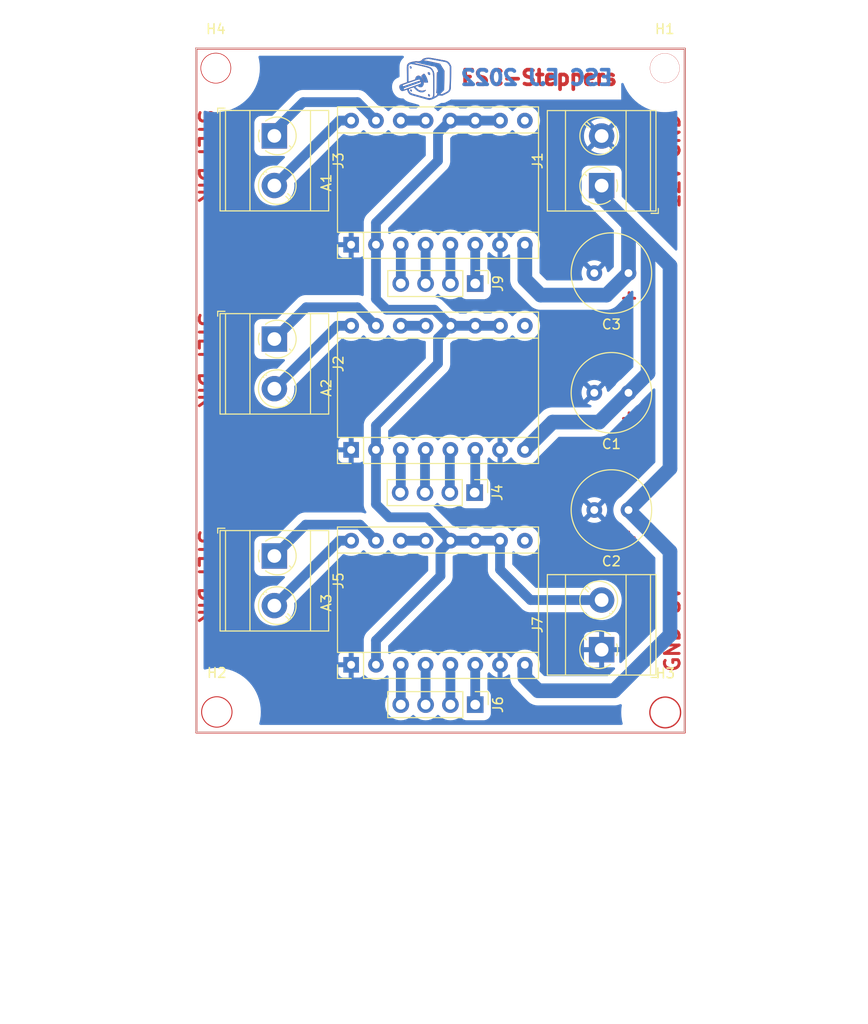
<source format=kicad_pcb>
(kicad_pcb (version 20221018) (generator pcbnew)
  (layers (0 "F.Cu" signal) (31 "B.Cu" signal) (34 "B.Paste" user) (35 "F.Paste" user) (36 "B.SilkS" user "B.Silkscreen") (37 "F.SilkS" user "F.Silkscreen") (38 "B.Mask" user) (39 "F.Mask" user) (44 "Edge.Cuts" user))
  (net 0 "")
  (net 1 "GND")
  (net 2 "DriverAlim")
  (net 4 "MotorAlim")
  (net 5 "/STEP_Motor1")
  (net 6 "/DIR_Motor1")
  (net 7 "/DIR_Motor2")
  (net 9 "/STEP_Motor2")
  (net 10 "/1B_Motor3")
  (net 12 "/1A_Motor3")
  (net 13 "/2A_Motor3")
  (net 14 "Net-(A1-Pad13)")
  (net 15 "Net-(A2-Pad13)")
  (net 16 "Net-(A3-Pad13)")
  (net 17 "/2B_Motor3")
  (net 18 "/STEP_Motor3")
  (net 19 "/DIR_Motor3")
  (net 20 "/1B_Motor1")
  (net 21 "/1A_Motor1")
  (net 22 "/2A_Motor1")
  (net 23 "/2B_Motor1")
  (net 24 "/2B_Motor2")
  (net 25 "/2A_Motor2")
  (net 26 "/1A_Motor2")
  (net 27 "/1B_Motor2")
  (footprint "TerminalBlock_MetzConnect:TerminalBlock_MetzConnect_Type073_RT02602HBLU_1x02_P5.08mm_Horizontal" (layer "F.Cu") (at -51.36 81.175 90)
    (fp_text reference "J7")
    (fp_text value "Conn_01x02")
  )
  (footprint "Connector_PinHeader_2.54mm:PinHeader_1x04_P2.54mm_Vertical" (layer "F.Cu") (at -64.36 65.1 -90)
    (fp_text reference "J4")
    (fp_text value "Conn_01x04_Male")
  )
  (footprint "TerminalBlock_MetzConnect:TerminalBlock_MetzConnect_Type073_RT02602HBLU_1x02_P5.08mm_Horizontal" (layer "F.Cu") (at -84.86 49.38 -90)
    (fp_text reference "J2")
    (fp_text value "Conn_01x02")
  )
  (footprint "MountingHole:MountingHole_3mm" (layer "F.Cu") (at -90.85 21.65)
    (fp_text reference "H4")
    (fp_text value "MountingHole")
  )
  (footprint "Module:Pololu_Breakout-16_15.2x20.3mm" (layer "F.Cu") (at -77 60.72 90)
    (fp_text reference "A2")
    (fp_text value "Pololu_Breakout_A4988")
  )
  (footprint "Connector_PinHeader_2.54mm:PinHeader_1x04_P2.54mm_Vertical" (layer "F.Cu") (at -64.3 86.8 -90)
    (fp_text reference "J6")
    (fp_text value "Conn_01x04_Male")
  )
  (footprint "Capacitor_THT:C_Radial_D8.0mm_H11.5mm_P3.50mm" (layer "F.Cu") (at -48.61 42.63 180)
    (fp_text reference "C3")
    (fp_text value "100uF")
  )
  (footprint "Capacitor_THT:C_Radial_D8.0mm_H11.5mm_P3.50mm" (layer "F.Cu") (at -48.61 54.88 180)
    (fp_text reference "C1")
    (fp_text value "100uF")
  )
  (footprint "Module:Pololu_Breakout-16_15.2x20.3mm" (layer "F.Cu") (at -77 39.72 90)
    (fp_text reference "A1")
    (fp_text value "Pololu_Breakout_A4988")
  )
  (footprint "TerminalBlock_MetzConnect:TerminalBlock_MetzConnect_Type073_RT02602HBLU_1x02_P5.08mm_Horizontal" (layer "F.Cu") (at -84.86 71.585 -90)
    (fp_text reference "J5")
    (fp_text value "Conn_01x02")
  )
  (footprint "Capacitor_THT:C_Radial_D8.0mm_H11.5mm_P3.50mm" (layer "F.Cu") (at -48.61 66.88 180)
    (fp_text reference "C2")
    (fp_text value "100uF")
  )
  (footprint "MountingHole:MountingHole_3mm" (layer "F.Cu") (at -44.85 87.6)
    (fp_text reference "H3")
    (fp_text value "MountingHole")
  )
  (footprint "TerminalBlock_MetzConnect:TerminalBlock_MetzConnect_Type073_RT02602HBLU_1x02_P5.08mm_Horizontal" (layer "F.Cu") (at -84.86 28.585 -90)
    (fp_text reference "J3")
    (fp_text value "Conn_01x02")
  )
  (footprint "TerminalBlock_MetzConnect:TerminalBlock_MetzConnect_Type073_RT02602HBLU_1x02_P5.08mm_Horizontal" (layer "F.Cu") (at -51.36 33.675 90)
    (fp_text reference "J1")
    (fp_text value "Conn_01x02")
  )
  (footprint "MountingHole:MountingHole_3mm" (layer "F.Cu") (at -90.75 87.55)
    (fp_text reference "H2")
    (fp_text value "MountingHole")
  )
  (footprint "MountingHole:MountingHole_3mm" (layer "F.Cu") (at -44.9 21.65)
    (fp_text reference "H1")
    (fp_text value "MountingHole")
  )
  (footprint "Connector_PinHeader_2.54mm:PinHeader_1x04_P2.54mm_Vertical" (layer "F.Cu") (at -64.3 43.7 -90)
    (fp_text reference "J9")
    (fp_text value "Conn_01x04_Male")
  )
  (footprint "Module:Pololu_Breakout-16_15.2x20.3mm" (layer "F.Cu") (at -77 82.72 90)
    (fp_text reference "A3")
    (fp_text value "Pololu_Breakout_A4988")
  )
  (gr_circle (center -90.85 21.65) (end -91.7 20.45) (stroke (width 0.2)) (fill none) (layer "F.Cu"))
  (gr_poly (pts (xy -70.890997 23.83333) (xy -70.885151 23.834091) (xy -70.879395 23.835334) (xy -70.873743 23.837041) (xy -70.868203 23.839192) (xy -70.862789 23.841767) (xy -70.857512 23.844745) (xy -70.852383 23.848108) (xy -70.847414 23.851836) (xy -70.842616 23.855908) (xy -70.838 23.860306) (xy -70.83358 23.865009) (xy -70.829365 23.869998) (xy -70.825367 23.875253) (xy -70.821598 23.880754) (xy -70.81807 23.886481) (xy -70.814793 23.892415) (xy -70.81178 23.898537) (xy -70.809042 23.904825) (xy -70.80659 23.911261) (xy -70.804437 23.917825) (xy -70.802592 23.924497) (xy -70.801069 23.931258) (xy -70.799878 23.938087) (xy -70.799031 23.944965) (xy -70.79854 23.951872) (xy -70.798416 23.958788) (xy -70.79867 23.965694) (xy -70.799315 23.97257) (xy -70.800361 23.979397) (xy -70.80182 23.986154) (xy -70.803704 23.992821) (xy -70.805597 23.99853) (xy -70.807543 24.003887) (xy -70.809546 24.008894) (xy -70.811609 24.013552) (xy -70.813735 24.017859) (xy -70.815928 24.021817) (xy -70.818192 24.025426) (xy -70.820528 24.028685) (xy -70.822941 24.031597) (xy -70.825435 24.03416) (xy -70.828011 24.036376) (xy -70.830675 24.038244) (xy -70.833429 24.039766) (xy -70.836276 24.04094) (xy -70.83922 24.041768) (xy -70.842264 24.04225) (xy -70.845412 24.042386) (xy -70.848666 24.042176) (xy -70.852031 24.041622) (xy -70.85551 24.040722) (xy -70.859105 24.039479) (xy -70.862821 24.037891) (xy -70.86666 24.035959) (xy -70.870627 24.033684) (xy -70.874723 24.031066) (xy -70.878953 24.028105) (xy -70.883321 24.024802) (xy -70.887828 24.021157) (xy -70.89248 24.01717) (xy -70.897278 24.012841) (xy -70.902227 24.008171) (xy -70.90733 24.003161) (xy -70.912867 23.997291) (xy -70.918008 23.991169) (xy -70.922756 23.984825) (xy -70.927111 23.978288) (xy -70.931075 23.971585) (xy -70.934651 23.964746) (xy -70.93784 23.9578) (xy -70.940643 23.950775) (xy -70.943063 23.943699) (xy -70.945102 23.936602) (xy -70.94676 23.929513) (xy -70.94804 23.922459) (xy -70.948944 23.915469) (xy -70.949473 23.908573) (xy -70.949629 23.901798) (xy -70.949414 23.895174) (xy -70.948829 23.88873) (xy -70.947877 23.882493) (xy -70.946559 23.876493) (xy -70.944876 23.870758) (xy -70.942832 23.865317) (xy -70.940426 23.860199) (xy -70.937662 23.855432) (xy -70.93454 23.851045) (xy -70.931063 23.847067) (xy -70.927233 23.843526) (xy -70.923051 23.840451) (xy -70.918518 23.837871) (xy -70.913637 23.835814) (xy -70.908409 23.83431) (xy -70.902837 23.833386) (xy -70.896922 23.833072)) (stroke (width 0.02)) (fill solid) (layer "F.Cu"))
  (gr_poly (pts (xy -69.544617 22.225848) (xy -69.541632 22.226174) (xy -69.538806 22.226767) (xy -69.536138 22.227626) (xy -69.525729 22.232715) (xy -69.514672 22.24018) (xy -69.503025 22.249903) (xy -69.490843 22.26177) (xy -69.465103 22.29147) (xy -69.437905 22.328352) (xy -69.409702 22.371488) (xy -69.380945 22.419951) (xy -69.352088 22.472813) (xy -69.323582 22.529146) (xy -69.295881 22.588023) (xy -69.269437 22.648517) (xy -69.244702 22.709699) (xy -69.22213 22.770643) (xy -69.202172 22.830421) (xy -69.185281 22.888104) (xy -69.171909 22.942766) (xy -69.16251 22.993479) (xy -69.143732 23.118697) (xy -69.518118 23.118697) (xy -69.546833 23.006249) (xy -69.563273 22.94485) (xy -69.579801 22.889909) (xy -69.588348 22.864282) (xy -69.597218 22.839575) (xy -69.606509 22.815556) (xy -69.616323 22.791993) (xy -69.62676 22.768655) (xy -69.637918 22.745311) (xy -69.649899 22.721727) (xy -69.662802 22.697674) (xy -69.691776 22.647229) (xy -69.72564 22.592123) (xy -69.815688 22.449195) (xy -69.696864 22.330371) (xy -69.682462 22.3162) (xy -69.668615 22.303046) (xy -69.655328 22.290913) (xy -69.642608 22.279803) (xy -69.630459 22.26972) (xy -69.618887 22.260668) (xy -69.607898 22.252651) (xy -69.597498 22.245671) (xy -69.587691 22.239733) (xy -69.578483 22.23484) (xy -69.569881 22.230995) (xy -69.561889 22.228203) (xy -69.554513 22.226466) (xy -69.547759 22.225789)) (stroke (width 0.02)) (fill solid) (layer "F.Cu"))
  (gr_circle (center -90.75 87.55) (end -91.15 86.1) (stroke (width 0.2)) (fill none) (layer "F.Cu"))
  (gr_circle (center -44.9 21.65) (end -45.15 20.25) (stroke (width 0.2)) (fill none) (layer "F.Cu"))
  (gr_poly (pts (xy -69.069974 20.581501) (xy -69.011611 20.588412) (xy -68.933324 20.599395) (xy -68.838203 20.613962) (xy -68.729344 20.631624) (xy -68.609838 20.651892) (xy -68.482777 20.674278) (xy -68.351256 20.698293) (xy -67.482866 20.858818) (xy -67.419134 20.871535) (xy -67.359453 20.885831) (xy -67.303605 20.901866) (xy -67.251374 20.9198) (xy -67.202542 20.939794) (xy -67.15689 20.962008) (xy -67.114203 20.986602) (xy -67.074262 21.013735) (xy -67.03685 21.043569) (xy -67.00175 21.076263) (xy -66.968744 21.111977) (xy -66.937614 21.150871) (xy -66.908144 21.193106) (xy -66.880116 21.238842) (xy -66.853312 21.288239) (xy -66.827515 21.341456) (xy -66.762705 21.482444) (xy -66.780388 22.55854) (xy -66.789334 22.987175) (xy -66.800622 23.358767) (xy -66.812807 23.633512) (xy -66.818784 23.722128) (xy -66.824442 23.771606) (xy -66.833401 23.81349) (xy -66.843764 23.852448) (xy -66.855863 23.888819) (xy -66.862667 23.906141) (xy -66.870029 23.922944) (xy -66.87799 23.939269) (xy -66.886593 23.95516) (xy -66.895879 23.97066) (xy -66.905888 23.985809) (xy -66.916664 24.000651) (xy -66.928246 24.015229) (xy -66.940676 24.029584) (xy -66.953997 24.043759) (xy -66.968249 24.057796) (xy -66.983474 24.071739) (xy -66.999713 24.085628) (xy -67.017008 24.099508) (xy -67.054931 24.127405) (xy -67.097574 24.155771) (xy -67.14527 24.184944) (xy -67.19835 24.215263) (xy -67.257145 24.247068) (xy -67.321987 24.280699) (xy -67.641658 24.443676) (xy -67.851762 24.436031) (xy -67.919645 24.433832) (xy -67.947711 24.433323) (xy -67.972392 24.433344) (xy -67.994084 24.433995) (xy -68.013187 24.435378) (xy -68.030098 24.437594) (xy -68.045217 24.440744) (xy -68.05894 24.44493) (xy -68.071667 24.450252) (xy -68.083795 24.456813) (xy -68.095723 24.464713) (xy -68.107849 24.474053) (xy -68.120571 24.484936) (xy -68.149397 24.511732) (xy -68.159704 24.520915) (xy -68.172452 24.531201) (xy -68.187457 24.542479) (xy -68.204537 24.554636) (xy -68.244193 24.581147) (xy -68.289963 24.609843) (xy -68.340388 24.639835) (xy -68.394009 24.670233) (xy -68.449367 24.700147) (xy -68.505004 24.728687) (xy -68.557098 24.754115) (xy -68.606448 24.777058) (xy -68.653284 24.797567) (xy -68.697838 24.815692) (xy -68.740342 24.831482) (xy -68.781028 24.844988) (xy -68.820128 24.856259) (xy -68.857874 24.865346) (xy -68.894496 24.872298) (xy -68.930227 24.877166) (xy -68.965299 24.88) (xy -68.999943 24.880849) (xy -69.034391 24.879764) (xy -69.068876 24.876794) (xy -69.103627 24.871989) (xy -69.138878 24.8654) (xy -69.171095 24.857842) (xy -69.221414 24.844995) (xy -69.366156 24.806219) (xy -69.552702 24.754635) (xy -69.760649 24.69581) (xy -70.211116 24.569065) (xy -70.572968 24.470607) (xy -70.634713 24.453873) (xy -70.695665 24.436323) (xy -70.754251 24.41848) (xy -70.808897 24.400867) (xy -70.85803 24.384006) (xy -70.900076 24.368421) (xy -70.933462 24.354633) (xy -70.956614 24.343166) (xy -70.966987 24.336787) (xy -70.977527 24.329572) (xy -70.998996 24.312811) (xy -71.020794 24.29322) (xy -71.042692 24.271141) (xy -71.064462 24.246912) (xy -71.085877 24.220872) (xy -71.106708 24.193362) (xy -71.126728 24.164721) (xy -71.145708 24.135287) (xy -71.163421 24.105401) (xy -71.179638 24.075402) (xy -71.194133 24.04563) (xy -71.206676 24.016422) (xy -71.21704 23.988121) (xy -71.224997 23.961063) (xy -71.228002 23.948107) (xy -71.230319 23.93559) (xy -71.233948 23.914993) (xy -71.237983 23.895772) (xy -71.242289 23.878348) (xy -71.246732 23.863143) (xy -71.248963 23.856503) (xy -71.251177 23.850576) (xy -71.253358 23.845414) (xy -71.255489 23.841069) (xy -71.257553 23.837595) (xy -71.259533 23.835044) (xy -71.261412 23.833468) (xy -71.262309 23.833063) (xy -71.263174 23.832921) (xy -71.266105 23.833348) (xy -71.271412 23.834631) (xy -71.28863 23.839587) (xy -71.313768 23.847442) (xy -71.34577 23.857845) (xy -71.426126 23.884904) (xy -71.521233 23.917976) (xy -71.570594 23.935064) (xy -71.615012 23.949617) (xy -71.654935 23.961564) (xy -71.690809 23.970837) (xy -71.72308 23.977364) (xy -71.752196 23.981075) (xy -71.765711 23.981853) (xy -71.778604 23.981901) (xy -71.790931 23.98121) (xy -71.802749 23.979772) (xy -71.814113 23.977577) (xy -71.825079 23.974617) (xy -71.835704 23.970884) (xy -71.846041 23.966367) (xy -71.856149 23.96106) (xy -71.866082 23.954952) (xy -71.875896 23.948035) (xy -71.885647 23.940301) (xy -71.905184 23.922344) (xy -71.92514 23.901012) (xy -71.945962 23.876235) (xy -71.968095 23.847942) (xy -71.983312 23.826325) (xy -71.997207 23.803215) (xy -72.009746 23.778819) (xy -72.020897 23.75334) (xy -72.030626 23.726983) (xy -72.038901 23.699954) (xy -72.045688 23.672458) (xy -72.050954 23.644699) (xy -72.054665 23.616883) (xy -72.05679 23.589214) (xy -72.057295 23.561898) (xy -72.056146 23.535139) (xy -72.05331 23.509143) (xy -72.048755 23.484114) (xy -72.042448 23.460258) (xy -72.034354 23.437779) (xy -72.028254 23.423137) (xy -72.02533 23.416459) (xy -72.022362 23.410147) (xy -72.019253 23.404153) (xy -72.015908 23.39843) (xy -72.01223 23.392929) (xy -72.008123 23.387604) (xy -72.003492 23.382407) (xy -72.00161 23.380574) (xy -71.768235 23.380574) (xy -71.768121 23.381474) (xy -71.767872 23.382526) (xy -71.766982 23.385068) (xy -71.765592 23.38816) (xy -71.763731 23.39176) (xy -71.761425 23.395829) (xy -71.758702 23.400325) (xy -71.75559 23.405209) (xy -71.752117 23.410438) (xy -71.748308 23.415973) (xy -71.744193 23.421773) (xy -71.739799 23.427797) (xy -71.735153 23.434005) (xy -71.730282 23.440356) (xy -71.725214 23.44681) (xy -71.719978 23.453325) (xy -71.714599 23.459861) (xy -71.661843 23.523212) (xy -70.81479 23.225944) (xy -70.482851 23.111688) (xy -70.205226 23.020347) (xy -70.010974 22.961189) (xy -69.954195 22.946574) (xy -69.937481 22.943515) (xy -69.929156 22.943481) (xy -69.924316 22.945617) (xy -69.919817 22.948163) (xy -69.915658 22.951092) (xy -69.911838 22.954379) (xy -69.908355 22.957999) (xy -69.905208 22.961927) (xy -69.902396 22.966137) (xy -69.899917 22.970603) (xy -69.89777 22.9753) (xy -69.895953 22.980202) (xy -69.894466 22.985285) (xy -69.893307 22.990522) (xy -69.892473 22.995889) (xy -69.891966 23.001359) (xy -69.891781 23.006908) (xy -69.89192 23.012509) (xy -69.892379 23.018138) (xy -69.893158 23.023768) (xy -69.894256 23.029375) (xy -69.89567 23.034933) (xy -69.8974 23.040417) (xy -69.899444 23.045801) (xy -69.901802 23.051059) (xy -69.904471 23.056166) (xy -69.90745 23.061097) (xy -69.910738 23.065827) (xy -69.914333 23.070329) (xy -69.918235 23.074578) (xy -69.922441 23.078549) (xy -69.926951 23.082217) (xy -69.931763 23.085556) (xy -69.936876 23.08854) (xy -69.962642 23.099252) (xy -70.018509 23.120393) (xy -70.20655 23.18892) (xy -70.473009 23.284044) (xy -70.789896 23.395685) (xy -71.360752 23.59659) (xy -71.600399 23.68288) (xy -71.600884 23.683823) (xy -71.601553 23.685655) (xy -71.603391 23.691793) (xy -71.605818 23.700906) (xy -71.60874 23.712606) (xy -71.612061 23.726505) (xy -71.615688 23.742214) (xy -71.619526 23.759347) (xy -71.623479 23.777513) (xy -71.626084 23.790069) (xy -71.628241 23.801411) (xy -71.629942 23.811578) (xy -71.631179 23.820607) (xy -71.631943 23.828539) (xy -71.632226 23.835411) (xy -71.632019 23.841261) (xy -71.631313 23.84613) (xy -71.630771 23.848208) (xy -71.630102 23.850055) (xy -71.629303 23.851676) (xy -71.628375 23.853075) (xy -71.627315 23.854258) (xy -71.626124 23.855229) (xy -71.6248 23.855993) (xy -71.623342 23.856555) (xy -71.621749 23.85692) (xy -71.620019 23.857093) (xy -71.618153 23.857077) (xy -71.616148 23.85688) (xy -71.61172 23.855955) (xy -71.606726 23.854357) (xy -70.75047 23.554925) (xy -70.429523 23.441871) (xy -70.161982 23.345704) (xy -69.97579 23.276601) (xy -69.921932 23.25538) (xy -69.898889 23.244742) (xy -69.893307 23.240141) (xy -69.888053 23.235093) (xy -69.883127 23.229612) (xy -69.878532 23.223713) (xy -69.874266 23.217412) (xy -69.870331 23.210724) (xy -69.866728 23.203663) (xy -69.863457 23.196246) (xy -69.860519 23.188486) (xy -69.857914 23.180399) (xy -69.855643 23.172) (xy -69.853707 23.163304) (xy -69.852106 23.154327) (xy -69.850841 23.145083) (xy -69.849913 23.135587) (xy -69.849322 23.125855) (xy -69.849155 23.105741) (xy -69.850345 23.084863) (xy -69.852897 23.06334) (xy -69.856816 23.041294) (xy -69.862108 23.018844) (xy -69.868777 22.996113) (xy -69.87683 22.97322) (xy -69.88627 22.950286) (xy -69.902722 22.912917) (xy -69.910372 22.896129) (xy -69.91791 22.880636) (xy -69.925539 22.866462) (xy -69.933465 22.853631) (xy -69.94189 22.842165) (xy -69.95102 22.832087) (xy -69.955912 22.827576) (xy -69.961057 22.823422) (xy -69.96648 22.819626) (xy -69.972206 22.816191) (xy -69.978262 22.813122) (xy -69.984671 22.81042) (xy -69.991461 22.808088) (xy -69.998656 22.80613) (xy -70.006282 22.804549) (xy -70.014365 22.803346) (xy -70.032001 22.80209) (xy -70.05177 22.802387) (xy -70.073874 22.804258) (xy -70.098518 22.807728) (xy -70.125906 22.812819) (xy -70.156242 22.819556) (xy -70.18973 22.827961) (xy -70.226573 22.838058) (xy -70.266976 22.84987) (xy -70.311144 22.86342) (xy -70.359278 22.878732) (xy -70.468268 22.914734) (xy -70.595576 22.958062) (xy -70.911678 23.067442) (xy -71.244536 23.184096) (xy -71.516985 23.282019) (xy -71.70092 23.350936) (xy -71.750912 23.371307) (xy -71.768235 23.380574) (xy -72.00161 23.380574) (xy -71.998239 23.37729) (xy -71.992269 23.372206) (xy -71.985486 23.367108) (xy -71.977793 23.361947) (xy -71.969095 23.356676) (xy -71.959295 23.351248) (xy -71.948297 23.345615) (xy -71.936006 23.339729) (xy -71.922324 23.333544) (xy -71.907156 23.32701) (xy -71.890406 23.320082) (xy -71.871977 23.312711) (xy -71.851774 23.30485) (xy -71.805659 23.287468) (xy -71.751292 23.267554) (xy -71.687905 23.244728) (xy -71.530991 23.18882) (xy -71.279636 23.099417) (xy -71.28093 22.917234) (xy -71.292011 22.070587) (xy -71.295863 21.725392) (xy -71.159864 21.725392) (xy -71.155037 22.262324) (xy -71.141485 22.786267) (xy -71.132874 22.960484) (xy -71.12836 23.01115) (xy -71.123804 23.031995) (xy -71.122723 23.032493) (xy -71.120799 23.032687) (xy -71.114509 23.032187) (xy -71.10511 23.030548) (xy -71.092779 23.027824) (xy -71.060024 23.019327) (xy -71.017653 23.007116) (xy -70.967077 22.991611) (xy -70.909703 22.973232) (xy -70.846942 22.9524) (xy -70.780203 22.929536) (xy -70.449251 22.814427) (xy -70.420073 22.698749) (xy -70.411871 22.66973) (xy -70.402348 22.64231) (xy -70.391558 22.616497) (xy -70.379561 22.592301) (xy -70.366414 22.569729) (xy -70.352173 22.548791) (xy -70.336896 22.529494) (xy -70.320641 22.511847) (xy -70.303464 22.495859) (xy -70.285424 22.481537) (xy -70.266577 22.468891) (xy -70.246981 22.457929) (xy -70.226694 22.448658) (xy -70.205772 22.441089) (xy -70.184272 22.435229) (xy -70.162253 22.431086) (xy -70.139772 22.42867) (xy -70.116886 22.427988) (xy -70.093651 22.429049) (xy -70.070127 22.431861) (xy -70.046369 22.436434) (xy -70.022436 22.442774) (xy -69.998385 22.450892) (xy -69.974272 22.460794) (xy -69.950156 22.472491) (xy -69.926094 22.485989) (xy -69.902143 22.501299) (xy -69.87836 22.518427) (xy -69.854803 22.537383) (xy -69.831529 22.558174) (xy -69.808596 22.580811) (xy -69.78606 22.6053) (xy -69.756856 22.640589) (xy -69.729952 22.677195) (xy -69.705329 22.714958) (xy -69.682968 22.753718) (xy -69.662852 22.793315) (xy -69.64496 22.83359) (xy -69.629277 22.874382) (xy -69.615781 22.915532) (xy -69.604456 22.95688) (xy -69.595283 22.998266) (xy -69.588243 23.03953) (xy -69.583317 23.080513) (xy -69.580488 23.121055) (xy -69.579737 23.160996) (xy -69.581045 23.200175) (xy -69.584394 23.238434) (xy -69.589765 23.275613) (xy -69.597141 23.311551) (xy -69.606501 23.346089) (xy -69.617829 23.379066) (xy -69.631105 23.410324) (xy -69.646311 23.439703) (xy -69.663429 23.467042) (xy -69.68244 23.492181) (xy -69.703325 23.514962) (xy -69.726067 23.535224) (xy -69.750646 23.552807) (xy -69.777044 23.567551) (xy -69.805243 23.579297) (xy -69.835224 23.587885) (xy -69.866969 23.593155) (xy -69.90046 23.594947) (xy -69.914368 23.59469) (xy -69.928126 23.593917) (xy -69.941742 23.592625) (xy -69.955227 23.59081) (xy -69.96859 23.588469) (xy -69.981842 23.5856) (xy -69.994993 23.582198) (xy -70.008051 23.578261) (xy -70.021029 23.573786) (xy -70.033934 23.568769) (xy -70.046778 23.563206) (xy -70.059569 23.557096) (xy -70.072319 23.550434) (xy -70.085037 23.543218) (xy -70.097732 23.535444) (xy -70.110416 23.527108) (xy -70.126641 23.516203) (xy -70.141362 23.50663) (xy -70.15479 23.498351) (xy -70.167138 23.491326) (xy -70.178619 23.485517) (xy -70.189445 23.480883) (xy -70.194678 23.478995) (xy -70.199828 23.477386) (xy -70.204919 23.476052) (xy -70.20998 23.474987) (xy -70.215036 23.474187) (xy -70.220114 23.473647) (xy -70.22524 23.473361) (xy -70.230442 23.473326) (xy -70.235745 23.473536) (xy -70.241177 23.473985) (xy -70.25253 23.475586) (xy -70.264715 23.478089) (xy -70.277944 23.481454) (xy -70.292428 23.485643) (xy -70.308381 23.490617) (xy -70.32854 23.497323) (xy -70.348209 23.504367) (xy -70.366897 23.51154) (xy -70.384111 23.518631) (xy -70.399359 23.52543) (xy -70.412149 23.531726) (xy -70.417468 23.534619) (xy -70.421988 23.537307) (xy -70.425648 23.539765) (xy -70.428385 23.541965) (xy -70.430533 23.545429) (xy -70.43096 23.550213) (xy -70.42975 23.556236) (xy -70.426988 23.563414) (xy -70.422759 23.571665) (xy -70.417147 23.580906) (xy -70.40211 23.602032) (xy -70.382555 23.626131) (xy -70.359158 23.652543) (xy -70.332594 23.68061) (xy -70.30354 23.709673) (xy -70.272671 23.739071) (xy -70.240663 23.768145) (xy -70.208192 23.796235) (xy -70.175934 23.822684) (xy -70.144565 23.84683) (xy -70.114762 23.868014) (xy -70.087199 23.885578) (xy -70.074469 23.892796) (xy -70.062553 23.898861) (xy -70.033119 23.911592) (xy -70.00147 23.922924) (xy -69.967925 23.932841) (xy -69.932802 23.941329) (xy -69.89642 23.948372) (xy -69.859097 23.953955) (xy -69.821152 23.958061) (xy -69.782902 23.960675) (xy -69.744667 23.961782) (xy -69.706765 23.961366) (xy -69.669514 23.959413) (xy -69.633233 23.955905) (xy -69.598239 23.950829) (xy -69.564852 23.944168) (xy -69.53339 23.935906) (xy -69.504171 23.92603) (xy -69.47713 23.91616) (xy -69.452991 23.908287) (xy -69.431783 23.902382) (xy -69.413537 23.898416) (xy -69.405534 23.897152) (xy -69.398283 23.896361) (xy -69.391787 23.89604) (xy -69.386049 23.896187) (xy -69.381075 23.896796) (xy -69.376867 23.897866) (xy -69.373429 23.899391) (xy -69.370765 23.901368) (xy -69.368878 23.903794) (xy -69.367773 23.906666) (xy -69.367453 23.909979) (xy -69.367921 23.91373) (xy -69.369182 23.917915) (xy -69.37124 23.922532) (xy -69.374097 23.927575) (xy -69.377757 23.933042) (xy -69.382225 23.938929) (xy -69.387505 23.945232) (xy -69.400511 23.959074) (xy -69.416806 23.974538) (xy -69.43642 23.991595) (xy -69.46526 24.014309) (xy -69.494864 24.034758) (xy -69.52519 24.052954) (xy -69.556202 24.068907) (xy -69.587858 24.082631) (xy -69.620121 24.094137) (xy -69.652952 24.103437) (xy -69.68631 24.110543) (xy -69.720158 24.115467) (xy -69.754456 24.118221) (xy -69.789165 24.118817) (xy -69.824247 24.117266) (xy -69.859661 24.11358) (xy -69.89537 24.107772) (xy -69.931334 24.099853) (xy -69.967513 24.089835) (xy -70.00387 24.077731) (xy -70.040364 24.063552) (xy -70.076958 24.047309) (xy -70.113611 24.029015) (xy -70.150285 24.008682) (xy -70.186941 23.986322) (xy -70.223539 23.961946) (xy -70.260041 23.935567) (xy -70.296408 23.907196) (xy -70.332601 23.876845) (xy -70.36858 23.844527) (xy -70.404306 23.810252) (xy -70.439741 23.774034) (xy -70.474846 23.735883) (xy -70.509581 23.695812) (xy -70.543907 23.653833) (xy -70.59172 23.593657) (xy -70.838454 23.67671) (xy -70.888283 23.694085) (xy -70.935282 23.711631) (xy -70.978386 23.728869) (xy -71.016529 23.745318) (xy -71.048646 23.760501) (xy -71.073672 23.773935) (xy -71.083193 23.779847) (xy -71.090542 23.785143) (xy -71.095585 23.789762) (xy -71.098189 23.793644) (xy -71.100241 23.800089) (xy -71.101741 23.807231) (xy -71.102703 23.81503) (xy -71.103144 23.823445) (xy -71.102525 23.841956) (xy -71.100007 23.862432) (xy -71.095715 23.884543) (xy -71.089775 23.907957) (xy -71.082311 23.932344) (xy -71.073448 23.957372) (xy -71.06331 23.982712) (xy -71.052024 24.008031) (xy -71.039712 24.032999) (xy -71.026502 24.057285) (xy -71.012516 24.080558) (xy -70.997881 24.102487) (xy -70.98272 24.122741) (xy -70.967159 24.14099) (xy -70.952496 24.156447) (xy -70.945136 24.163681) (xy -70.937599 24.170644) (xy -70.929764 24.177378) (xy -70.921512 24.183929) (xy -70.912723 24.190339) (xy -70.903277 24.196653) (xy -70.893055 24.202914) (xy -70.881936 24.209166) (xy -70.869802 24.215453) (xy -70.856533 24.221818) (xy -70.842008 24.228305) (xy -70.826109 24.234958) (xy -70.808715 24.241821) (xy -70.789707 24.248937) (xy -70.768965 24.256351) (xy -70.746369 24.264105) (xy -70.695139 24.280812) (xy -70.635058 24.299407) (xy -70.56517 24.320241) (xy -70.484516 24.343664) (xy -70.392139 24.370025) (xy -70.168387 24.432963) (xy -69.282033 24.681206) (xy -69.243224 24.69155) (xy -69.204995 24.70065) (xy -69.167414 24.708504) (xy -69.130552 24.715109) (xy -69.09448 24.720463) (xy -69.059266 24.724564) (xy -69.024981 24.72741) (xy -68.991696 24.729) (xy -68.959481 24.729331) (xy -68.928404 24.728401) (xy -68.898538 24.726207) (xy -68.869951 24.722749) (xy -68.842714 24.718023) (xy -68.816898 24.712029) (xy -68.792571 24.704763) (xy -68.769804 24.696223) (xy -68.759369 24.691536) (xy -68.749149 24.686287) (xy -68.739156 24.680492) (xy -68.729403 24.674162) (xy -68.719904 24.667311) (xy -68.710672 24.659951) (xy -68.701719 24.652097) (xy -68.693059 24.643761) (xy -68.684704 24.634956) (xy -68.676668 24.625696) (xy -68.668964 24.615993) (xy -68.661604 24.60586) (xy -68.654602 24.595311) (xy -68.647971 24.584359) (xy -68.641723 24.573017) (xy -68.635872 24.561297) (xy -68.628338 24.544053) (xy -68.621665 24.52509) (xy -68.618637 24.514559) (xy -68.615807 24.503114) (xy -68.613168 24.490593) (xy -68.610716 24.476834) (xy -68.606346 24.444959) (xy -68.602652 24.406195) (xy -68.599587 24.359251) (xy -68.597105 24.302836) (xy -68.595159 24.235656) (xy -68.593703 24.15642) (xy -68.592691 24.063837) (xy -68.592076 23.956613) (xy -68.591854 23.693078) (xy -68.592667 23.355478) (xy -68.597936 22.647071) (xy -68.604891 22.416913) (xy -68.616981 22.248227) (xy -68.62548 22.181962) (xy -68.635898 22.125096) (xy -68.648445 22.075639) (xy -68.663334 22.031602) (xy -68.680774 21.990994) (xy -68.700979 21.951827) (xy -68.750525 21.869853) (xy -68.772787 21.836201) (xy -68.783997 21.820444) (xy -68.795352 21.805354) (xy -68.806922 21.790893) (xy -68.818776 21.777026) (xy -68.830983 21.763718) (xy -68.843612 21.750933) (xy -68.856734 21.738634) (xy -68.870418 21.726788) (xy -68.884732 21.715357) (xy -68.899747 21.704306) (xy -68.915532 21.693599) (xy -68.932155 21.683201) (xy -68.949688 21.673076) (xy -68.968198 21.663189) (xy -68.987756 21.653503) (xy -69.008431 21.643983) (xy -69.030292 21.634593) (xy -69.053408 21.625298) (xy -69.07785 21.616062) (xy -69.103686 21.606848) (xy -69.159819 21.588349) (xy -69.222363 21.569514) (xy -69.291873 21.550058) (xy -69.368904 21.529696) (xy -69.454012 21.508142) (xy -69.952884 21.387742) (xy -70.369569 21.294792) (xy -70.538775 21.260366) (xy -70.677455 21.234907) (xy -70.782284 21.219117) (xy -70.849935 21.213698) (xy -70.877754 21.214731) (xy -70.904738 21.217791) (xy -70.930811 21.22282) (xy -70.955894 21.229759) (xy -70.979909 21.238549) (xy -71.002778 21.249133) (xy -71.024425 21.261451) (xy -71.044771 21.275444) (xy -71.063738 21.291055) (xy -71.081249 21.308224) (xy -71.089434 21.317375) (xy -71.097225 21.326894) (xy -71.104614 21.336773) (xy -71.11159 21.347005) (xy -71.118143 21.357583) (xy -71.124265 21.368499) (xy -71.129944 21.379746) (xy -71.135172 21.391317) (xy -71.139938 21.403205) (xy -71.144234 21.415402) (xy -71.148049 21.4279) (xy -71.151373 21.440693) (xy -71.15757 21.534937) (xy -71.159864 21.725392) (xy -71.295863 21.725392) (xy -71.296135 21.70102) (xy -71.295497 21.579047) (xy -71.292507 21.489147) (xy -71.286749 21.423972) (xy -71.282703 21.39836) (xy -71.27781 21.376172) (xy -71.272018 21.35649) (xy -71.265275 21.338396) (xy -71.248728 21.303296) (xy -71.242878 21.292519) (xy -71.236319 21.281451) (xy -71.229124 21.270176) (xy -71.221362 21.258775) (xy -71.213106 21.247331) (xy -71.204427 21.235927) (xy -71.195395 21.224646) (xy -71.186082 21.213569) (xy -71.176559 21.202779) (xy -71.166897 21.19236) (xy -71.157167 21.182393) (xy -71.14744 21.172962) (xy -71.137788 21.164148) (xy -71.128281 21.156034) (xy -71.118991 21.148704) (xy -71.109989 21.142238) (xy -71.076185 21.121808) (xy -71.063903 21.115708) (xy -70.589675 21.115708) (xy -70.588805 21.118499) (xy -70.586605 21.121332) (xy -70.583074 21.124219) (xy -70.578212 21.127168) (xy -70.572018 21.130191) (xy -70.56449 21.133297) (xy -70.545432 21.139798) (xy -70.521034 21.146751) (xy -70.491288 21.154238) (xy -70.45619 21.162339) (xy -70.415733 21.171133) (xy -70.282429 21.200854) (xy -70.082764 21.247077) (xy -69.592405 21.363746) (xy -69.358372 21.421793) (xy -69.172668 21.472302) (xy -69.095593 21.495874) (xy -69.027784 21.518936) (xy -68.968303 21.541945) (xy -68.916211 21.565359) (xy -68.870569 21.589638) (xy -68.83044 21.615237) (xy -68.794883 21.642617) (xy -68.762961 21.672234) (xy -68.733735 21.704546) (xy -68.706266 21.740013) (xy -68.679615 21.779091) (xy -68.652845 21.82224) (xy -68.623636 21.871499) (xy -68.598051 21.916913) (xy -68.586546 21.938885) (xy -68.575863 21.960746) (xy -68.565972 21.982777) (xy -68.556846 22.005263) (xy -68.548456 22.028486) (xy -68.540775 22.052729) (xy -68.533774 22.078276) (xy -68.527424 22.105409) (xy -68.521698 22.134412) (xy -68.516568 22.165568) (xy -68.512004 22.199159) (xy -68.50798 22.23547) (xy -68.504466 22.274782) (xy -68.501434 22.31738) (xy -68.498857 22.363545) (xy -68.496706 22.413563) (xy -68.493569 22.526283) (xy -68.491797 22.657807) (xy -68.491165 22.810397) (xy -68.491447 22.98632) (xy -68.493849 23.417221) (xy -68.501511 24.594583) (xy -68.379524 24.532752) (xy -68.364522 24.524879) (xy -68.350153 24.516789) (xy -68.336415 24.508479) (xy -68.323304 24.499947) (xy -68.31082 24.491191) (xy -68.298959 24.48221) (xy -68.287719 24.473) (xy -68.277099 24.46356) (xy -68.267096 24.453888) (xy -68.257707 24.443982) (xy -68.248931 24.433839) (xy -68.240765 24.423458) (xy -68.233208 24.412837) (xy -68.226256 24.401973) (xy -68.219907 24.390864) (xy -68.21416 24.379509) (xy -68.214161 24.379509) (xy -68.20322 24.355527) (xy -68.193854 24.333045) (xy -68.186062 24.3121) (xy -68.17984 24.292728) (xy -68.175187 24.274968) (xy -68.172098 24.258856) (xy -68.170573 24.24443) (xy -68.170608 24.231727) (xy -68.171209 24.226033) (xy -68.1722 24.220785) (xy -68.17358 24.215985) (xy -68.175348 24.21164) (xy -68.177504 24.207754) (xy -68.180048 24.204331) (xy -68.18298 24.201376) (xy -68.186298 24.198895) (xy -68.190004 24.19689) (xy -68.194096 24.195368) (xy -68.198574 24.194332) (xy -68.203438 24.193788) (xy -68.208688 24.19374) (xy -68.214323 24.194193) (xy -68.220343 24.195151) (xy -68.226748 24.19662) (xy -68.236185 24.198978) (xy -68.240465 24.199923) (xy -68.244461 24.200683) (xy -68.248179 24.201235) (xy -68.251626 24.201556) (xy -68.254808 24.201624) (xy -68.257732 24.201416) (xy -68.260404 24.20091) (xy -68.26283 24.200084) (xy -68.265018 24.198914) (xy -68.266972 24.197378) (xy -68.268701 24.195455) (xy -68.270209 24.193121) (xy -68.271504 24.190353) (xy -68.272592 24.18713) (xy -68.27348 24.183429) (xy -68.274173 24.179228) (xy -68.274679 24.174503) (xy -68.275003 24.169232) (xy -68.275153 24.163393) (xy -68.275134 24.156964) (xy -68.274953 24.149922) (xy -68.274616 24.142244) (xy -68.273501 24.124891) (xy -68.271841 24.104725) (xy -68.269687 24.081567) (xy -68.267089 24.055237) (xy -68.2636 24.005442) (xy -68.259667 23.923314) (xy -68.251006 23.679452) (xy -68.242184 23.358438) (xy -68.234277 22.995059) (xy -68.217088 22.0909) (xy -68.151074 22.074332) (xy -68.140345 22.071513) (xy -68.130894 22.068682) (xy -68.12663 22.067218) (xy -68.122664 22.065699) (xy -68.118992 22.064108) (xy -68.115604 22.062427) (xy -68.112495 22.06064) (xy -68.109657 22.058728) (xy -68.107084 22.056676) (xy -68.10477 22.054465) (xy -68.102707 22.052078) (xy -68.100888 22.049499) (xy -68.099307 22.046709) (xy -68.097957 22.043693) (xy -68.096831 22.040431) (xy -68.095923 22.036908) (xy -68.095225 22.033106) (xy -68.09473 22.029008) (xy -68.094433 22.024596) (xy -68.094326 22.019854) (xy -68.094402 22.014763) (xy -68.094655 22.009308) (xy -68.095663 21.997233) (xy -68.097296 21.983491) (xy -68.0995 21.967943) (xy -68.102219 21.950453) (xy -68.106785 21.925413) (xy -68.112426 21.900528) (xy -68.126767 21.851404) (xy -68.144908 21.803438) (xy -68.166512 21.756986) (xy -68.191247 21.712406) (xy -68.218776 21.670054) (xy -68.248766 21.630287) (xy -68.280881 21.593462) (xy -68.314787 21.559935) (xy -68.350149 21.530063) (xy -68.386632 21.504202) (xy -68.405189 21.492888) (xy -68.423901 21.482711) (xy -68.442726 21.473714) (xy -68.461622 21.465944) (xy -68.480547 21.459444) (xy -68.499459 21.454259) (xy -68.518317 21.450434) (xy -68.537079 21.448013) (xy -68.555702 21.447041) (xy -68.574146 21.447563) (xy -68.666816 21.43513) (xy -68.859676 21.398335) (xy -69.412427 21.281088) (xy -69.965334 21.154676) (xy -70.158387 21.106425) (xy -70.251329 21.077954) (xy -70.258154 21.074842) (xy -70.265707 21.072058) (xy -70.273943 21.069602) (xy -70.282819 21.067478) (xy -70.292292 21.065688) (xy -70.302316 21.064234) (xy -70.31285 21.063119) (xy -70.323848 21.062345) (xy -70.335266 21.061915) (xy -70.347062 21.06183) (xy -70.359192 21.062093) (xy -70.371611 21.062706) (xy -70.384276 21.063673) (xy -70.397143 21.064994) (xy -70.410168 21.066673) (xy -70.423308 21.068712) (xy -70.462611 21.07553) (xy -70.496637 21.081919) (xy -70.525383 21.087957) (xy -70.54884 21.093726) (xy -70.567004 21.099305) (xy -70.574099 21.102048) (xy -70.579868 21.104775) (xy -70.584312 21.107494) (xy -70.587427 21.110216) (xy -70.589216 21.112951) (xy -70.589675 21.115708) (xy -71.063903 21.115708) (xy -71.035849 21.101775) (xy -70.989798 21.082311) (xy -70.938851 21.063588) (xy -70.883823 21.045779) (xy -70.825533 21.029057) (xy -70.764798 21.013593) (xy -70.702436 20.999559) (xy -70.639265 20.987129) (xy -70.576101 20.976475) (xy -70.513762 20.967768) (xy -70.453066 20.961182) (xy -70.39483 20.956888) (xy -70.339872 20.955059) (xy -70.289009 20.955867) (xy -70.243058 20.959484) (xy -70.206549 20.9627) (xy -70.169629 20.963886) (xy -70.132555 20.96312) (xy -70.095587 20.960481) (xy -70.058982 20.956048) (xy -70.023001 20.949898) (xy -69.987901 20.942111) (xy -69.953941 20.932765) (xy -69.921379 20.921938) (xy -69.890474 20.909708) (xy -69.861486 20.896154) (xy -69.834671 20.881355) (xy -69.81029 20.865389) (xy -69.797686 20.855478) (xy -69.617368 20.855478) (xy -69.617297 20.856276) (xy -69.6171 20.857036) (xy -69.616777 20.85776) (xy -69.616326 20.858448) (xy -69.615744 20.859101) (xy -69.614184 20.860308) (xy -69.612085 20.86139) (xy -69.609432 20.862353) (xy -69.606214 20.863207) (xy -69.602417 20.863959) (xy -69.598028 20.864618) (xy -69.593033 20.865192) (xy -69.587421 20.865689) (xy -69.581177 20.866118) (xy -69.566743 20.866801) (xy -69.549626 20.867308) (xy -69.506928 20.868052) (xy -69.489645 20.869106) (xy -69.465376 20.871819) (xy -69.397658 20.881876) (xy -69.307326 20.897537) (xy -69.197934 20.918112) (xy -69.073033 20.942913) (xy -68.936175 20.971254) (xy -68.790915 21.002446) (xy -68.640803 21.0358) (xy -67.906969 21.201649) (xy -67.684617 21.558246) (xy -67.462265 21.914843) (xy -67.475362 22.893802) (xy -67.488459 23.87276) (xy -67.70077 24.088438) (xy -67.759419 24.148608) (xy -67.805364 24.19728) (xy -67.823846 24.21769) (xy -67.83948 24.235688) (xy -67.852377 24.251427) (xy -67.862646 24.265063) (xy -67.870396 24.276748) (xy -67.875738 24.286637) (xy -67.87878 24.294884) (xy -67.879473 24.29844) (xy -67.879632 24.301643) (xy -67.879272 24.304513) (xy -67.878405 24.307068) (xy -67.877045 24.309329) (xy -67.875207 24.311313) (xy -67.872903 24.313041) (xy -67.870148 24.314532) (xy -67.863338 24.31688) (xy -67.843072 24.3217) (xy -67.823684 24.325421) (xy -67.804835 24.327958) (xy -67.786186 24.329226) (xy -67.77683 24.329358) (xy -67.767398 24.32914) (xy -67.757845 24.328563) (xy -67.74813 24.327616) (xy -67.738211 24.326288) (xy -67.728045 24.324568) (xy -67.706802 24.319912) (xy -67.684063 24.313562) (xy -67.659488 24.305434) (xy -67.632737 24.295443) (xy -67.603473 24.283504) (xy -67.571355 24.269532) (xy -67.536044 24.253442) (xy -67.497201 24.23515) (xy -67.454487 24.214569) (xy -67.34413 24.159524) (xy -67.296228 24.134346) (xy -67.252791 24.110429) (xy -67.213529 24.087547) (xy -67.178152 24.065474) (xy -67.146372 24.043984) (xy -67.117898 24.02285) (xy -67.092442 24.001846) (xy -67.069713 23.980746) (xy -67.049422 23.959324) (xy -67.03128 23.937353) (xy -67.014997 23.914607) (xy -67.000283 23.890861) (xy -66.986849 23.865887) (xy -66.974406 23.83946) (xy -66.965884 23.819001) (xy -66.958257 23.797427) (xy -66.951441 23.773432) (xy -66.945356 23.745706) (xy -66.939918 23.712943) (xy -66.935045 23.673835) (xy -66.930655 23.627075) (xy -66.926665 23.571354) (xy -66.922994 23.505366) (xy -66.919559 23.427803) (xy -66.916277 23.337356) (xy -66.913067 23.232719) (xy -66.906532 22.975643) (xy -66.899294 22.646114) (xy -66.891719 22.223507) (xy -66.8879 21.867469) (xy -66.888061 21.615447) (xy -66.889704 21.540144) (xy -66.892427 21.504887) (xy -66.902248 21.470405) (xy -66.915304 21.434957) (xy -66.931315 21.398889) (xy -66.95 21.362543) (xy -66.971077 21.326265) (xy -66.994266 21.290397) (xy -67.019285 21.255284) (xy -67.045854 21.22127) (xy -67.073691 21.1887) (xy -67.102515 21.157916) (xy -67.132045 21.129263) (xy -67.162 21.103085) (xy -67.192099 21.079726) (xy -67.222061 21.05953) (xy -67.251605 21.042841) (xy -67.28045 21.030002) (xy -67.310291 21.02214) (xy -67.372752 21.008375) (xy -67.580159 20.966185) (xy -67.87193 20.909519) (xy -68.217323 20.844465) (xy -69.094796 20.681512) (xy -69.311061 20.727985) (xy -69.355647 20.738256) (xy -69.399448 20.749648) (xy -69.441349 20.76178) (xy -69.480233 20.774275) (xy -69.514984 20.786753) (xy -69.544486 20.798837) (xy -69.556919 20.804613) (xy -69.567621 20.810148) (xy -69.576452 20.815395) (xy -69.583274 20.820306) (xy -69.592861 20.828216) (xy -69.601023 20.835164) (xy -69.607654 20.841215) (xy -69.610363 20.843924) (xy -69.61265 20.846434) (xy -69.614502 20.848753) (xy -69.615905 20.850888) (xy -69.616848 20.852848) (xy -69.617316 20.854641) (xy -69.617368 20.855478) (xy -69.797686 20.855478) (xy -69.7886 20.848333) (xy -69.76986 20.830268) (xy -69.754329 20.811271) (xy -69.748669 20.803581) (xy -69.742586 20.795794) (xy -69.736135 20.787966) (xy -69.729373 20.780148) (xy -69.722357 20.772396) (xy -69.715142 20.764761) (xy -69.707784 20.757299) (xy -69.700341 20.750062) (xy -69.692869 20.743104) (xy -69.685423 20.736479) (xy -69.67806 20.73024) (xy -69.670837 20.724441) (xy -69.66381 20.719136) (xy -69.657035 20.714377) (xy -69.650568 20.71022) (xy -69.644466 20.706717) (xy -69.624403 20.697091) (xy -69.599506 20.686971) (xy -69.57042 20.676512) (xy -69.537793 20.665865) (xy -69.464501 20.64462) (xy -69.384798 20.624461) (xy -69.303858 20.606611) (xy -69.22685 20.592293) (xy -69.191437 20.586842) (xy -69.158947 20.582732) (xy -69.130025 20.580118) (xy -69.105318 20.579151)) (stroke (width 0.02)) (fill solid) (layer "F.Cu"))
  (gr_poly (pts (xy -70.937195 21.457381) (xy -70.930995 21.457996) (xy -70.924756 21.459173) (xy -70.9185 21.460887) (xy -70.91225 21.463115) (xy -70.906027 21.465833) (xy -70.899854 21.469018) (xy -70.893754 21.472645) (xy -70.887749 21.476691) (xy -70.88186 21.481132) (xy -70.876111 21.485945) (xy -70.870524 21.491105) (xy -70.865121 21.496589) (xy -70.859925 21.502373) (xy -70.854958 21.508433) (xy -70.850242 21.514745) (xy -70.845799 21.521287) (xy -70.841653 21.528033) (xy -70.837825 21.53496) (xy -70.834338 21.542045) (xy -70.831214 21.549263) (xy -70.828476 21.556591) (xy -70.826145 21.564005) (xy -70.824244 21.571482) (xy -70.822797 21.578996) (xy -70.821824 21.586526) (xy -70.821348 21.594047) (xy -70.821392 21.601534) (xy -70.821978 21.608966) (xy -70.823122 21.616961) (xy -70.824622 21.624515) (xy -70.826463 21.631624) (xy -70.828631 21.638286) (xy -70.831109 21.644498) (xy -70.833883 21.650257) (xy -70.836937 21.655562) (xy -70.840255 21.660409) (xy -70.843823 21.664795) (xy -70.847626 21.668719) (xy -70.851647 21.672177) (xy -70.855872 21.675166) (xy -70.860286 21.677685) (xy -70.864873 21.679731) (xy -70.869617 21.6813) (xy -70.874504 21.682391) (xy -70.879519 21.683) (xy -70.884645 21.683126) (xy -70.889868 21.682765) (xy -70.895173 21.681914) (xy -70.900544 21.680572) (xy -70.905965 21.678736) (xy -70.911423 21.676402) (xy -70.9169 21.673569) (xy -70.922383 21.670233) (xy -70.927855 21.666393) (xy -70.933302 21.662044) (xy -70.938708 21.657186) (xy -70.944057 21.651815) (xy -70.949336 21.645928) (xy -70.954527 21.639524) (xy -70.959617 21.632599) (xy -70.969016 21.618323) (xy -70.977179 21.604153) (xy -70.984103 21.590167) (xy -70.989788 21.576445) (xy -70.994235 21.563065) (xy -70.997441 21.550105) (xy -70.999407 21.537646) (xy -71.000131 21.525765) (xy -71.000028 21.520067) (xy -70.999613 21.514542) (xy -70.998888 21.509202) (xy -70.997853 21.504055) (xy -70.996506 21.499112) (xy -70.994849 21.494383) (xy -70.99288 21.489878) (xy -70.9906 21.485606) (xy -70.988009 21.481577) (xy -70.985107 21.477801) (xy -70.981893 21.474288) (xy -70.978368 21.471048) (xy -70.974532 21.46809) (xy -70.970383 21.465425) (xy -70.965923 21.463063) (xy -70.961151 21.461012) (xy -70.955333 21.459144) (xy -70.949386 21.457931) (xy -70.943332 21.457352)) (stroke (width 0.02)) (fill solid) (layer "F.Cu"))
  (gr_poly (pts (xy -69.073872 22.061488) (xy -69.067339 22.062068) (xy -69.060746 22.063057) (xy -69.05411 22.064444) (xy -69.04745 22.066221) (xy -69.040783 22.068377) (xy -69.034127 22.070904) (xy -69.027502 22.073792) (xy -69.020924 22.077031) (xy -69.014412 22.080613) (xy -69.007983 22.084527) (xy -69.001657 22.088765) (xy -68.995451 22.093316) (xy -68.989383 22.098172) (xy -68.983471 22.103323) (xy -68.977733 22.10876) (xy -68.972188 22.114473) (xy -68.966853 22.120452) (xy -68.961746 22.126689) (xy -68.956886 22.133174) (xy -68.952291 22.139898) (xy -68.947978 22.146851) (xy -68.943966 22.154023) (xy -68.940274 22.161406) (xy -68.936918 22.168989) (xy -68.931539 22.183066) (xy -68.927201 22.196738) (xy -68.923865 22.209978) (xy -68.921493 22.222759) (xy -68.920049 22.235054) (xy -68.919493 22.246835) (xy -68.919789 22.258074) (xy -68.9209 22.268744) (xy -68.922786 22.278819) (xy -68.925411 22.28827) (xy -68.928737 22.29707) (xy -68.932727 22.305192) (xy -68.937342 22.312608) (xy -68.942545 22.319292) (xy -68.948299 22.325215) (xy -68.954565 22.33035) (xy -68.961307 22.33467) (xy -68.968486 22.338148) (xy -68.976064 22.340757) (xy -68.984005 22.342467) (xy -68.99227 22.343254) (xy -69.000822 22.343088) (xy -69.009623 22.341943) (xy -69.018635 22.339792) (xy -69.027822 22.336606) (xy -69.037144 22.332359) (xy -69.046565 22.327024) (xy -69.056047 22.320572) (xy -69.065553 22.312976) (xy -69.075043 22.30421) (xy -69.084482 22.294245) (xy -69.093831 22.283055) (xy -69.104496 22.268485) (xy -69.114071 22.253367) (xy -69.122533 22.23786) (xy -69.129862 22.222122) (xy -69.136036 22.206309) (xy -69.141035 22.190581) (xy -69.144839 22.175095) (xy -69.147425 22.160009) (xy -69.148772 22.145481) (xy -69.148861 22.131668) (xy -69.14767 22.118729) (xy -69.146588 22.112636) (xy -69.145178 22.106821) (xy -69.143437 22.101304) (xy -69.141363 22.096103) (xy -69.138954 22.091239) (xy -69.136206 22.086732) (xy -69.133117 22.082601) (xy -69.129685 22.078866) (xy -69.125906 22.075547) (xy -69.121778 22.072664) (xy -69.116382 22.069641) (xy -69.110781 22.067101) (xy -69.104992 22.065035) (xy -69.099034 22.063434) (xy -69.092925 22.062288) (xy -69.086683 22.061588) (xy -69.080326 22.061325)) (stroke (width 0.02)) (fill solid) (layer "F.Cu"))
  (gr_rect (start -92.85 19.65) (end -42.85 89.65) (stroke (width 0.2)) (fill none) (layer "F.Cu"))
  (gr_poly (pts (xy -69.064555 24.30965) (xy -69.05812 24.310614) (xy -69.051688 24.312186) (xy -69.045278 24.314336) (xy -69.03891 24.317037) (xy -69.032601 24.320259) (xy -69.026371 24.323975) (xy -69.020239 24.328155) (xy -69.014222 24.33277) (xy -69.00834 24.337792) (xy -69.002611 24.343193) (xy -68.997055 24.348943) (xy -68.991689 24.355015) (xy -68.986533 24.361378) (xy -68.981605 24.368005) (xy -68.976924 24.374868) (xy -68.972509 24.381936) (xy -68.968378 24.389183) (xy -68.964551 24.396578) (xy -68.961045 24.404094) (xy -68.95788 24.411701) (xy -68.955074 24.419371) (xy -68.952646 24.427076) (xy -68.950615 24.434786) (xy -68.948999 24.442474) (xy -68.947817 24.45011) (xy -68.947088 24.457665) (xy -68.946831 24.465112) (xy -68.947064 24.472421) (xy -68.947806 24.479563) (xy -68.949076 24.486511) (xy -68.950892 24.493235) (xy -68.952973 24.499341) (xy -68.955217 24.505066) (xy -68.957619 24.510411) (xy -68.960177 24.515374) (xy -68.962887 24.519957) (xy -68.965744 24.524159) (xy -68.968745 24.527979) (xy -68.971886 24.531418) (xy -68.975164 24.534476) (xy -68.978574 24.537151) (xy -68.982113 24.539445) (xy -68.985777 24.541356) (xy -68.989562 24.542885) (xy -68.993465 24.544031) (xy -68.997481 24.544795) (xy -69.001608 24.545176) (xy -69.00584 24.545174) (xy -69.010175 24.544788) (xy -69.014608 24.54402) (xy -69.019137 24.542867) (xy -69.023756 24.541331) (xy -69.028462 24.539411) (xy -69.033252 24.537108) (xy -69.038122 24.534419) (xy -69.043067 24.531347) (xy -69.048085 24.52789) (xy -69.053171 24.524048) (xy -69.058322 24.519821) (xy -69.063533 24.515209) (xy -69.068801 24.510212) (xy -69.074123 24.50483) (xy -69.079494 24.499062) (xy -69.085248 24.492341) (xy -69.0906 24.485363) (xy -69.095551 24.478157) (xy -69.100103 24.470754) (xy -69.104256 24.463187) (xy -69.108013 24.455484) (xy -69.111374 24.447678) (xy -69.114341 24.4398) (xy -69.1191 24.423949) (xy -69.122299 24.408178) (xy -69.12395 24.392735) (xy -69.124198 24.385214) (xy -69.124064 24.377868) (xy -69.123548 24.370727) (xy -69.122652 24.363823) (xy -69.121377 24.357186) (xy -69.119725 24.350848) (xy -69.117697 24.344839) (xy -69.115294 24.33919) (xy -69.112519 24.333933) (xy -69.109371 24.329097) (xy -69.105854 24.324715) (xy -69.101967 24.320817) (xy -69.097713 24.317434) (xy -69.093092 24.314596) (xy -69.088107 24.312335) (xy -69.082758 24.310682) (xy -69.077047 24.309667) (xy -69.070976 24.309322)) (stroke (width 0.02)) (fill solid) (layer "F.Cu"))
  (gr_circle (center -44.85 87.6) (end -46.1 86.7) (stroke (width 0.2)) (fill none) (layer "F.Cu"))
  (gr_poly (pts (xy -70.886425 23.839821) (xy -70.880579 23.840582) (xy -70.874823 23.841825) (xy -70.869171 23.843532) (xy -70.863631 23.845683) (xy -70.858217 23.848258) (xy -70.85294 23.851236) (xy -70.847811 23.854599) (xy -70.842842 23.858327) (xy -70.838044 23.862399) (xy -70.833428 23.866797) (xy -70.829008 23.8715) (xy -70.824793 23.876489) (xy -70.820795 23.881744) (xy -70.817026 23.887245) (xy -70.813498 23.892972) (xy -70.810221 23.898906) (xy -70.807208 23.905028) (xy -70.80447 23.911316) (xy -70.802018 23.917752) (xy -70.799865 23.924316) (xy -70.79802 23.930988) (xy -70.796497 23.937749) (xy -70.795306 23.944578) (xy -70.794459 23.951456) (xy -70.793968 23.958363) (xy -70.793844 23.965279) (xy -70.794098 23.972185) (xy -70.794743 23.979061) (xy -70.795789 23.985888) (xy -70.797248 23.992645) (xy -70.799132 23.999312) (xy -70.801025 24.005021) (xy -70.802971 24.010378) (xy -70.804974 24.015385) (xy -70.807037 24.020043) (xy -70.809163 24.02435) (xy -70.811356 24.028308) (xy -70.81362 24.031917) (xy -70.815956 24.035176) (xy -70.818369 24.038088) (xy -70.820863 24.040651) (xy -70.823439 24.042867) (xy -70.826103 24.044735) (xy -70.828857 24.046257) (xy -70.831704 24.047431) (xy -70.834648 24.048259) (xy -70.837692 24.048741) (xy -70.84084 24.048877) (xy -70.844094 24.048667) (xy -70.847459 24.048113) (xy -70.850938 24.047213) (xy -70.854533 24.04597) (xy -70.858249 24.044382) (xy -70.862088 24.04245) (xy -70.866055 24.040175) (xy -70.870151 24.037557) (xy -70.874381 24.034596) (xy -70.878749 24.031293) (xy -70.883256 24.027648) (xy -70.887908 24.023661) (xy -70.892706 24.019332) (xy -70.897655 24.014662) (xy -70.902758 24.009652) (xy -70.908295 24.003782) (xy -70.913436 23.99766) (xy -70.918184 23.991316) (xy -70.922539 23.984779) (xy -70.926503 23.978076) (xy -70.930079 23.971237) (xy -70.933268 23.964291) (xy -70.936071 23.957266) (xy -70.938491 23.95019) (xy -70.94053 23.943093) (xy -70.942188 23.936004) (xy -70.943468 23.92895) (xy -70.944372 23.92196) (xy -70.944901 23.915064) (xy -70.945057 23.908289) (xy -70.944842 23.901665) (xy -70.944257 23.895221) (xy -70.943305 23.888984) (xy -70.941987 23.882984) (xy -70.940304 23.877249) (xy -70.93826 23.871808) (xy -70.935854 23.86669) (xy -70.93309 23.861923) (xy -70.929968 23.857536) (xy -70.926491 23.853558) (xy -70.922661 23.850017) (xy -70.918479 23.846942) (xy -70.913946 23.844362) (xy -70.909065 23.842305) (xy -70.903837 23.840801) (xy -70.898265 23.839877) (xy -70.89235 23.839563)) (stroke (width 0.02)) (fill solid) (layer "B.Cu"))
  (gr_poly (pts (xy -70.932623 21.463872) (xy -70.926423 21.464487) (xy -70.920184 21.465664) (xy -70.913928 21.467378) (xy -70.907678 21.469606) (xy -70.901455 21.472324) (xy -70.895282 21.475509) (xy -70.889182 21.479136) (xy -70.883177 21.483182) (xy -70.877288 21.487623) (xy -70.871539 21.492436) (xy -70.865952 21.497596) (xy -70.860549 21.50308) (xy -70.855353 21.508864) (xy -70.850386 21.514924) (xy -70.84567 21.521236) (xy -70.841227 21.527778) (xy -70.837081 21.534524) (xy -70.833253 21.541451) (xy -70.829766 21.548536) (xy -70.826642 21.555754) (xy -70.823904 21.563082) (xy -70.821573 21.570496) (xy -70.819672 21.577973) (xy -70.818225 21.585487) (xy -70.817252 21.593017) (xy -70.816776 21.600538) (xy -70.81682 21.608025) (xy -70.817406 21.615457) (xy -70.81855 21.623452) (xy -70.82005 21.631006) (xy -70.821891 21.638115) (xy -70.824059 21.644777) (xy -70.826537 21.650989) (xy -70.829311 21.656748) (xy -70.832365 21.662053) (xy -70.835683 21.6669) (xy -70.839251 21.671286) (xy -70.843054 21.67521) (xy -70.847075 21.678668) (xy -70.8513 21.681657) (xy -70.855714 21.684176) (xy -70.860301 21.686222) (xy -70.865045 21.687791) (xy -70.869932 21.688882) (xy -70.874947 21.689491) (xy -70.880073 21.689617) (xy -70.885296 21.689256) (xy -70.890601 21.688405) (xy -70.895972 21.687063) (xy -70.901393 21.685227) (xy -70.906851 21.682893) (xy -70.912328 21.68006) (xy -70.917811 21.676724) (xy -70.923283 21.672884) (xy -70.92873 21.668535) (xy -70.934136 21.663677) (xy -70.939485 21.658306) (xy -70.944764 21.652419) (xy -70.949955 21.646015) (xy -70.955045 21.63909) (xy -70.964444 21.624814) (xy -70.972607 21.610644) (xy -70.979531 21.596658) (xy -70.985216 21.582936) (xy -70.989663 21.569556) (xy -70.992869 21.556596) (xy -70.994835 21.544137) (xy -70.995559 21.532256) (xy -70.995456 21.526558) (xy -70.995041 21.521033) (xy -70.994316 21.515693) (xy -70.993281 21.510546) (xy -70.991934 21.505603) (xy -70.990277 21.500874) (xy -70.988308 21.496369) (xy -70.986028 21.492097) (xy -70.983437 21.488068) (xy -70.980535 21.484292) (xy -70.977321 21.480779) (xy -70.973796 21.477539) (xy -70.96996 21.474581) (xy -70.965811 21.471916) (xy -70.961351 21.469554) (xy -70.956579 21.467503) (xy -70.950761 21.465635) (xy -70.944814 21.464422) (xy -70.93876 21.463843)) (stroke (width 0.02)) (fill solid) (layer "B.Cu"))
  (gr_poly (pts (xy -69.0693 22.067979) (xy -69.062767 22.068559) (xy -69.056174 22.069548) (xy -69.049538 22.070935) (xy -69.042878 22.072712) (xy -69.036211 22.074868) (xy -69.029555 22.077395) (xy -69.02293 22.080283) (xy -69.016352 22.083522) (xy -69.00984 22.087104) (xy -69.003411 22.091018) (xy -68.997085 22.095256) (xy -68.990879 22.099807) (xy -68.984811 22.104663) (xy -68.978899 22.109814) (xy -68.973161 22.115251) (xy -68.967616 22.120964) (xy -68.962281 22.126943) (xy -68.957174 22.13318) (xy -68.952314 22.139665) (xy -68.947719 22.146389) (xy -68.943406 22.153342) (xy -68.939394 22.160514) (xy -68.935702 22.167897) (xy -68.932346 22.17548) (xy -68.926967 22.189557) (xy -68.922629 22.203229) (xy -68.919293 22.216469) (xy -68.916921 22.22925) (xy -68.915477 22.241545) (xy -68.914921 22.253326) (xy -68.915217 22.264565) (xy -68.916328 22.275235) (xy -68.918214 22.28531) (xy -68.920839 22.294761) (xy -68.924165 22.303561) (xy -68.928155 22.311683) (xy -68.93277 22.319099) (xy -68.937973 22.325783) (xy -68.943727 22.331706) (xy -68.949993 22.336841) (xy -68.956735 22.341161) (xy -68.963914 22.344639) (xy -68.971492 22.347248) (xy -68.979433 22.348958) (xy -68.987698 22.349745) (xy -68.99625 22.349579) (xy -69.005051 22.348434) (xy -69.014063 22.346283) (xy -69.02325 22.343097) (xy -69.032572 22.33885) (xy -69.041993 22.333515) (xy -69.051475 22.327063) (xy -69.060981 22.319467) (xy -69.070471 22.310701) (xy -69.07991 22.300736) (xy -69.089259 22.289546) (xy -69.099924 22.274976) (xy -69.109499 22.259858) (xy -69.117961 22.244351) (xy -69.12529 22.228613) (xy -69.131464 22.2128) (xy -69.136463 22.197072) (xy -69.140267 22.181586) (xy -69.142853 22.1665) (xy -69.1442 22.151972) (xy -69.144289 22.138159) (xy -69.143098 22.12522) (xy -69.142016 22.119127) (xy -69.140606 22.113312) (xy -69.138865 22.107795) (xy -69.136791 22.102594) (xy -69.134382 22.09773) (xy -69.131634 22.093223) (xy -69.128545 22.089092) (xy -69.125113 22.085357) (xy -69.121334 22.082038) (xy -69.117206 22.079155) (xy -69.11181 22.076132) (xy -69.106209 22.073592) (xy -69.10042 22.071526) (xy -69.094462 22.069925) (xy -69.088353 22.068779) (xy -69.082111 22.068079) (xy -69.075754 22.067816)) (stroke (width 0.02)) (fill solid) (layer "B.Cu"))
  (gr_poly (pts (xy -69.059983 24.316141) (xy -69.053548 24.317105) (xy -69.047116 24.318677) (xy -69.040706 24.320827) (xy -69.034338 24.323528) (xy -69.028029 24.32675) (xy -69.021799 24.330466) (xy -69.015667 24.334646) (xy -69.00965 24.339261) (xy -69.003768 24.344283) (xy -68.998039 24.349684) (xy -68.992483 24.355434) (xy -68.987117 24.361506) (xy -68.981961 24.367869) (xy -68.977033 24.374496) (xy -68.972352 24.381359) (xy -68.967937 24.388427) (xy -68.963806 24.395674) (xy -68.959979 24.403069) (xy -68.956473 24.410585) (xy -68.953308 24.418192) (xy -68.950502 24.425862) (xy -68.948074 24.433567) (xy -68.946043 24.441277) (xy -68.944427 24.448965) (xy -68.943245 24.456601) (xy -68.942516 24.464156) (xy -68.942259 24.471603) (xy -68.942492 24.478912) (xy -68.943234 24.486054) (xy -68.944504 24.493002) (xy -68.94632 24.499726) (xy -68.948401 24.505832) (xy -68.950645 24.511557) (xy -68.953047 24.516902) (xy -68.955605 24.521865) (xy -68.958315 24.526448) (xy -68.961172 24.53065) (xy -68.964173 24.53447) (xy -68.967314 24.537909) (xy -68.970592 24.540967) (xy -68.974002 24.543642) (xy -68.977541 24.545936) (xy -68.981205 24.547847) (xy -68.98499 24.549376) (xy -68.988893 24.550522) (xy -68.992909 24.551286) (xy -68.997036 24.551667) (xy -69.001268 24.551665) (xy -69.005603 24.551279) (xy -69.010036 24.550511) (xy -69.014565 24.549358) (xy -69.019184 24.547822) (xy -69.02389 24.545902) (xy -69.02868 24.543599) (xy -69.03355 24.54091) (xy -69.038495 24.537838) (xy -69.043513 24.534381) (xy -69.048599 24.530539) (xy -69.05375 24.526312) (xy -69.058961 24.5217) (xy -69.064229 24.516703) (xy -69.069551 24.511321) (xy -69.074922 24.505553) (xy -69.080676 24.498832) (xy -69.086028 24.491854) (xy -69.090979 24.484648) (xy -69.095531 24.477245) (xy -69.099684 24.469678) (xy -69.103441 24.461975) (xy -69.106802 24.454169) (xy -69.109769 24.446291) (xy -69.114528 24.43044) (xy -69.117727 24.414669) (xy -69.119378 24.399226) (xy -69.119626 24.391705) (xy -69.119492 24.384359) (xy -69.118976 24.377218) (xy -69.11808 24.370314) (xy -69.116805 24.363677) (xy -69.115153 24.357339) (xy -69.113125 24.35133) (xy -69.110722 24.345681) (xy -69.107947 24.340424) (xy -69.104799 24.335588) (xy -69.101282 24.331206) (xy -69.097395 24.327308) (xy -69.093141 24.323925) (xy -69.08852 24.321087) (xy -69.083535 24.318826) (xy -69.078186 24.317173) (xy -69.072475 24.316158) (xy -69.066404 24.315813)) (stroke (width 0.02)) (fill solid) (layer "B.Cu"))
  (gr_poly (pts (xy -69.065402 20.587992) (xy -69.007039 20.594903) (xy -68.928752 20.605886) (xy -68.833631 20.620453) (xy -68.724772 20.638115) (xy -68.605266 20.658383) (xy -68.478205 20.680769) (xy -68.346684 20.704784) (xy -67.478294 20.865309) (xy -67.414562 20.878026) (xy -67.354881 20.892322) (xy -67.299033 20.908357) (xy -67.246802 20.926291) (xy -67.19797 20.946285) (xy -67.152318 20.968499) (xy -67.109631 20.993093) (xy -67.06969 21.020226) (xy -67.032278 21.05006) (xy -66.997178 21.082754) (xy -66.964172 21.118468) (xy -66.933042 21.157362) (xy -66.903572 21.199597) (xy -66.875544 21.245333) (xy -66.84874 21.29473) (xy -66.822943 21.347947) (xy -66.758133 21.488935) (xy -66.775816 22.565031) (xy -66.784762 22.993666) (xy -66.79605 23.365258) (xy -66.808235 23.640003) (xy -66.814212 23.728619) (xy -66.81987 23.778097) (xy -66.828829 23.819981) (xy -66.839192 23.858939) (xy -66.851291 23.89531) (xy -66.858095 23.912632) (xy -66.865457 23.929435) (xy -66.873418 23.94576) (xy -66.882021 23.961651) (xy -66.891307 23.977151) (xy -66.901316 23.9923) (xy -66.912092 24.007142) (xy -66.923674 24.02172) (xy -66.936104 24.036075) (xy -66.949425 24.05025) (xy -66.963677 24.064287) (xy -66.978902 24.07823) (xy -66.995141 24.092119) (xy -67.012436 24.105999) (xy -67.050359 24.133896) (xy -67.093002 24.162262) (xy -67.140698 24.191435) (xy -67.193778 24.221754) (xy -67.252573 24.253559) (xy -67.317415 24.28719) (xy -67.637086 24.450167) (xy -67.84719 24.442522) (xy -67.915073 24.440323) (xy -67.943139 24.439814) (xy -67.96782 24.439835) (xy -67.989512 24.440486) (xy -68.008615 24.441869) (xy -68.025526 24.444085) (xy -68.040645 24.447235) (xy -68.054368 24.451421) (xy -68.067095 24.456743) (xy -68.079223 24.463304) (xy -68.091151 24.471204) (xy -68.103277 24.480544) (xy -68.115999 24.491427) (xy -68.144825 24.518223) (xy -68.155132 24.527406) (xy -68.16788 24.537692) (xy -68.182885 24.54897) (xy -68.199965 24.561127) (xy -68.239621 24.587638) (xy -68.285391 24.616334) (xy -68.335816 24.646326) (xy -68.389437 24.676724) (xy -68.444795 24.706638) (xy -68.500432 24.735178) (xy -68.552526 24.760606) (xy -68.601876 24.783549) (xy -68.648712 24.804058) (xy -68.693266 24.822183) (xy -68.73577 24.837973) (xy -68.776456 24.851479) (xy -68.815556 24.86275) (xy -68.853302 24.871837) (xy -68.889924 24.878789) (xy -68.925655 24.883657) (xy -68.960727 24.886491) (xy -68.995371 24.88734) (xy -69.029819 24.886255) (xy -69.064304 24.883285) (xy -69.099055 24.87848) (xy -69.134306 24.871891) (xy -69.166523 24.864333) (xy -69.216842 24.851486) (xy -69.361584 24.81271) (xy -69.54813 24.761126) (xy -69.756077 24.702301) (xy -70.206544 24.575556) (xy -70.568396 24.477098) (xy -70.630141 24.460364) (xy -70.691093 24.442814) (xy -70.749679 24.424971) (xy -70.804325 24.407358) (xy -70.853458 24.390497) (xy -70.895504 24.374912) (xy -70.92889 24.361124) (xy -70.952042 24.349657) (xy -70.962415 24.343278) (xy -70.972955 24.336063) (xy -70.994424 24.319302) (xy -71.016222 24.299711) (xy -71.03812 24.277632) (xy -71.05989 24.253403) (xy -71.081305 24.227363) (xy -71.102136 24.199853) (xy -71.122156 24.171212) (xy -71.141136 24.141778) (xy -71.158849 24.111892) (xy -71.175066 24.081893) (xy -71.189561 24.052121) (xy -71.202104 24.022913) (xy -71.212468 23.994612) (xy -71.220425 23.967554) (xy -71.22343 23.954598) (xy -71.225747 23.942081) (xy -71.229376 23.921484) (xy -71.233411 23.902263) (xy -71.237717 23.884839) (xy -71.24216 23.869634) (xy -71.244391 23.862994) (xy -71.246605 23.857067) (xy -71.248786 23.851905) (xy -71.250917 23.84756) (xy -71.252981 23.844086) (xy -71.254961 23.841535) (xy -71.25684 23.839959) (xy -71.257737 23.839554) (xy -71.258602 23.839412) (xy -71.261533 23.839839) (xy -71.26684 23.841122) (xy -71.284058 23.846078) (xy -71.309196 23.853933) (xy -71.341198 23.864336) (xy -71.421554 23.891395) (xy -71.516661 23.924467) (xy -71.566022 23.941555) (xy -71.61044 23.956108) (xy -71.650363 23.968055) (xy -71.686237 23.977328) (xy -71.718508 23.983855) (xy -71.747624 23.987566) (xy -71.761139 23.988344) (xy -71.774032 23.988392) (xy -71.786359 23.987701) (xy -71.798177 23.986263) (xy -71.809541 23.984068) (xy -71.820507 23.981108) (xy -71.831132 23.977375) (xy -71.841469 23.972858) (xy -71.851577 23.967551) (xy -71.86151 23.961443) (xy -71.871324 23.954526) (xy -71.881075 23.946792) (xy -71.900612 23.928835) (xy -71.920568 23.907503) (xy -71.94139 23.882726) (xy -71.963523 23.854433) (xy -71.97874 23.832816) (xy -71.992635 23.809706) (xy -72.005174 23.78531) (xy -72.016325 23.759831) (xy -72.026054 23.733474) (xy -72.034329 23.706445) (xy -72.041116 23.678949) (xy -72.046382 23.65119) (xy -72.050093 23.623374) (xy -72.052218 23.595705) (xy -72.052723 23.568389) (xy -72.051574 23.54163) (xy -72.048738 23.515634) (xy -72.044183 23.490605) (xy -72.037876 23.466749) (xy -72.029782 23.44427) (xy -72.023682 23.429628) (xy -72.020758 23.42295) (xy -72.01779 23.416638) (xy -72.014681 23.410644) (xy -72.011336 23.404921) (xy -72.007658 23.39942) (xy -72.003551 23.394095) (xy -71.99892 23.388898) (xy -71.997038 23.387065) (xy -71.763663 23.387065) (xy -71.763549 23.387965) (xy -71.7633 23.389017) (xy -71.76241 23.391559) (xy -71.76102 23.394651) (xy -71.759159 23.398251) (xy -71.756853 23.40232) (xy -71.75413 23.406816) (xy -71.751018 23.4117) (xy -71.747545 23.416929) (xy -71.743736 23.422464) (xy -71.739621 23.428264) (xy -71.735227 23.434288) (xy -71.730581 23.440496) (xy -71.72571 23.446847) (xy -71.720642 23.453301) (xy -71.715406 23.459816) (xy -71.710027 23.466352) (xy -71.657271 23.529703) (xy -70.810218 23.232435) (xy -70.478279 23.118179) (xy -70.200654 23.026838) (xy -70.006402 22.96768) (xy -69.949623 22.953065) (xy -69.932909 22.950006) (xy -69.924584 22.949972) (xy -69.919744 22.952108) (xy -69.915245 22.954654) (xy -69.911086 22.957583) (xy -69.907266 22.96087) (xy -69.903783 22.96449) (xy -69.900636 22.968418) (xy -69.897824 22.972628) (xy -69.895345 22.977094) (xy -69.893198 22.981791) (xy -69.891381 22.986693) (xy -69.889894 22.991776) (xy -69.888735 22.997013) (xy -69.887901 23.00238) (xy -69.887394 23.00785) (xy -69.887209 23.013399) (xy -69.887348 23.019) (xy -69.887807 23.024629) (xy -69.888586 23.030259) (xy -69.889684 23.035866) (xy -69.891098 23.041424) (xy -69.892828 23.046908) (xy -69.894872 23.052292) (xy -69.89723 23.05755) (xy -69.899899 23.062657) (xy -69.902878 23.067588) (xy -69.906166 23.072318) (xy -69.909761 23.07682) (xy -69.913663 23.081069) (xy -69.917869 23.08504) (xy -69.922379 23.088708) (xy -69.927191 23.092047) (xy -69.932304 23.095031) (xy -69.95807 23.105743) (xy -70.013937 23.126884) (xy -70.201978 23.195411) (xy -70.468437 23.290535) (xy -70.785324 23.402176) (xy -71.35618 23.603081) (xy -71.595827 23.689371) (xy -71.596312 23.690314) (xy -71.596981 23.692146) (xy -71.598819 23.698284) (xy -71.601246 23.707397) (xy -71.604168 23.719097) (xy -71.607489 23.732996) (xy -71.611116 23.748705) (xy -71.614954 23.765838) (xy -71.618907 23.784004) (xy -71.621512 23.79656) (xy -71.623669 23.807902) (xy -71.62537 23.818069) (xy -71.626607 23.827098) (xy -71.627371 23.83503) (xy -71.627654 23.841902) (xy -71.627447 23.847752) (xy -71.626741 23.852621) (xy -71.626199 23.854699) (xy -71.62553 23.856546) (xy -71.624731 23.858167) (xy -71.623803 23.859566) (xy -71.622743 23.860749) (xy -71.621552 23.86172) (xy -71.620228 23.862484) (xy -71.61877 23.863046) (xy -71.617177 23.863411) (xy -71.615447 23.863584) (xy -71.613581 23.863568) (xy -71.611576 23.863371) (xy -71.607148 23.862446) (xy -71.602154 23.860848) (xy -70.745898 23.561416) (xy -70.424951 23.448362) (xy -70.15741 23.352195) (xy -69.971218 23.283092) (xy -69.91736 23.261871) (xy -69.894317 23.251233) (xy -69.888735 23.246632) (xy -69.883481 23.241584) (xy -69.878555 23.236103) (xy -69.87396 23.230204) (xy -69.869694 23.223903) (xy -69.865759 23.217215) (xy -69.862156 23.210154) (xy -69.858885 23.202737) (xy -69.855947 23.194977) (xy -69.853342 23.18689) (xy -69.851071 23.178491) (xy -69.849135 23.169795) (xy -69.847534 23.160818) (xy -69.846269 23.151574) (xy -69.845341 23.142078) (xy -69.84475 23.132346) (xy -69.844583 23.112232) (xy -69.845773 23.091354) (xy -69.848325 23.069831) (xy -69.852244 23.047785) (xy -69.857536 23.025335) (xy -69.864205 23.002604) (xy -69.872258 22.979711) (xy -69.881698 22.956777) (xy -69.89815 22.919408) (xy -69.9058 22.90262) (xy -69.913338 22.887127) (xy -69.920967 22.872953) (xy -69.928893 22.860122) (xy -69.937318 22.848656) (xy -69.946448 22.838578) (xy -69.95134 22.834067) (xy -69.956485 22.829913) (xy -69.961908 22.826117) (xy -69.967634 22.822682) (xy -69.97369 22.819613) (xy -69.980099 22.816911) (xy -69.986889 22.814579) (xy -69.994084 22.812621) (xy -70.00171 22.81104) (xy -70.009793 22.809837) (xy -70.027429 22.808581) (xy -70.047198 22.808878) (xy -70.069302 22.810749) (xy -70.093946 22.814219) (xy -70.121334 22.81931) (xy -70.15167 22.826047) (xy -70.185158 22.834452) (xy -70.222001 22.844549) (xy -70.262404 22.856361) (xy -70.306572 22.869911) (xy -70.354706 22.885223) (xy -70.463696 22.921225) (xy -70.591004 22.964553) (xy -70.907106 23.073933) (xy -71.239964 23.190587) (xy -71.512413 23.28851) (xy -71.696348 23.357427) (xy -71.74634 23.377798) (xy -71.763663 23.387065) (xy -71.997038 23.387065) (xy -71.993667 23.383781) (xy -71.987697 23.378697) (xy -71.980914 23.373599) (xy -71.973221 23.368438) (xy -71.964523 23.363167) (xy -71.954723 23.357739) (xy -71.943725 23.352106) (xy -71.931434 23.34622) (xy -71.917752 23.340035) (xy -71.902584 23.333501) (xy -71.885834 23.326573) (xy -71.867405 23.319202) (xy -71.847202 23.311341) (xy -71.801087 23.293959) (xy -71.74672 23.274045) (xy -71.683333 23.251219) (xy -71.526419 23.195311) (xy -71.275064 23.105908) (xy -71.276358 22.923725) (xy -71.287439 22.077078) (xy -71.291291 21.731883) (xy -71.155292 21.731883) (xy -71.150465 22.268815) (xy -71.136913 22.792758) (xy -71.128302 22.966975) (xy -71.123788 23.017641) (xy -71.119232 23.038486) (xy -71.118151 23.038984) (xy -71.116227 23.039178) (xy -71.109937 23.038678) (xy -71.100538 23.037039) (xy -71.088207 23.034315) (xy -71.055452 23.025818) (xy -71.013081 23.013607) (xy -70.962505 22.998102) (xy -70.905131 22.979723) (xy -70.84237 22.958891) (xy -70.775631 22.936027) (xy -70.444679 22.820918) (xy -70.415501 22.70524) (xy -70.407299 22.676221) (xy -70.397776 22.648801) (xy -70.386986 22.622988) (xy -70.374989 22.598792) (xy -70.361842 22.57622) (xy -70.347601 22.555282) (xy -70.332324 22.535985) (xy -70.316069 22.518338) (xy -70.298892 22.50235) (xy -70.280852 22.488028) (xy -70.262005 22.475382) (xy -70.242409 22.46442) (xy -70.222122 22.455149) (xy -70.2012 22.44758) (xy -70.1797 22.44172) (xy -70.157681 22.437577) (xy -70.1352 22.435161) (xy -70.112314 22.434479) (xy -70.089079 22.43554) (xy -70.065555 22.438352) (xy -70.041797 22.442925) (xy -70.017864 22.449265) (xy -69.993813 22.457383) (xy -69.9697 22.467285) (xy -69.945584 22.478982) (xy -69.921522 22.49248) (xy -69.897571 22.50779) (xy -69.873788 22.524918) (xy -69.850231 22.543874) (xy -69.826957 22.564665) (xy -69.804024 22.587302) (xy -69.781488 22.611791) (xy -69.752284 22.64708) (xy -69.72538 22.683686) (xy -69.700757 22.721449) (xy -69.678396 22.760209) (xy -69.65828 22.799806) (xy -69.640388 22.840081) (xy -69.624705 22.880873) (xy -69.611209 22.922023) (xy -69.599884 22.963371) (xy -69.590711 23.004757) (xy -69.583671 23.046021) (xy -69.578745 23.087004) (xy -69.575916 23.127546) (xy -69.575165 23.167487) (xy -69.576473 23.206666) (xy -69.579822 23.244925) (xy -69.585193 23.282104) (xy -69.592569 23.318042) (xy -69.601929 23.35258) (xy -69.613257 23.385557) (xy -69.626533 23.416815) (xy -69.641739 23.446194) (xy -69.658857 23.473533) (xy -69.677868 23.498672) (xy -69.698753 23.521453) (xy -69.721495 23.541715) (xy -69.746074 23.559298) (xy -69.772472 23.574042) (xy -69.800671 23.585788) (xy -69.830652 23.594376) (xy -69.862397 23.599646) (xy -69.895888 23.601438) (xy -69.909796 23.601181) (xy -69.923554 23.600408) (xy -69.93717 23.599116) (xy -69.950655 23.597301) (xy -69.964018 23.59496) (xy -69.97727 23.592091) (xy -69.990421 23.588689) (xy -70.003479 23.584752) (xy -70.016457 23.580277) (xy -70.029362 23.57526) (xy -70.042206 23.569697) (xy -70.054997 23.563587) (xy -70.067747 23.556925) (xy -70.080465 23.549709) (xy -70.09316 23.541935) (xy -70.105844 23.533599) (xy -70.122069 23.522694) (xy -70.13679 23.513121) (xy -70.150218 23.504842) (xy -70.162566 23.497817) (xy -70.174047 23.492008) (xy -70.184873 23.487374) (xy -70.190106 23.485486) (xy -70.195256 23.483877) (xy -70.200347 23.482543) (xy -70.205408 23.481478) (xy -70.210464 23.480678) (xy -70.215542 23.480138) (xy -70.220668 23.479852) (xy -70.22587 23.479817) (xy -70.231173 23.480027) (xy -70.236605 23.480476) (xy -70.247958 23.482077) (xy -70.260143 23.48458) (xy -70.273372 23.487945) (xy -70.287856 23.492134) (xy -70.303809 23.497108) (xy -70.323968 23.503814) (xy -70.343637 23.510858) (xy -70.362325 23.518031) (xy -70.379539 23.525122) (xy -70.394787 23.531921) (xy -70.407577 23.538217) (xy -70.412896 23.54111) (xy -70.417416 23.543798) (xy -70.421076 23.546256) (xy -70.423813 23.548456) (xy -70.425961 23.55192) (xy -70.426388 23.556704) (xy -70.425178 23.562727) (xy -70.422416 23.569905) (xy -70.418187 23.578156) (xy -70.412575 23.587397) (xy -70.397538 23.608523) (xy -70.377983 23.632622) (xy -70.354586 23.659034) (xy -70.328022 23.687101) (xy -70.298968 23.716164) (xy -70.268099 23.745562) (xy -70.236091 23.774636) (xy -70.20362 23.802726) (xy -70.171362 23.829175) (xy -70.139993 23.853321) (xy -70.11019 23.874505) (xy -70.082627 23.892069) (xy -70.069897 23.899287) (xy -70.057981 23.905352) (xy -70.028547 23.918083) (xy -69.996898 23.929415) (xy -69.963353 23.939332) (xy -69.92823 23.94782) (xy -69.891848 23.954863) (xy -69.854525 23.960446) (xy -69.81658 23.964552) (xy -69.77833 23.967166) (xy -69.740095 23.968273) (xy -69.702193 23.967857) (xy -69.664942 23.965904) (xy -69.628661 23.962396) (xy -69.593667 23.95732) (xy -69.56028 23.950659) (xy -69.528818 23.942397) (xy -69.499599 23.932521) (xy -69.472558 23.922651) (xy -69.448419 23.914778) (xy -69.427211 23.908873) (xy -69.408965 23.904907) (xy -69.400962 23.903643) (xy -69.393711 23.902852) (xy -69.387215 23.902531) (xy -69.381477 23.902678) (xy -69.376503 23.903287) (xy -69.372295 23.904357) (xy -69.368857 23.905882) (xy -69.366193 23.907859) (xy -69.364306 23.910285) (xy -69.363201 23.913157) (xy -69.362881 23.91647) (xy -69.363349 23.920221) (xy -69.36461 23.924406) (xy -69.366668 23.929023) (xy -69.369525 23.934066) (xy -69.373185 23.939533) (xy -69.377653 23.94542) (xy -69.382933 23.951723) (xy -69.395939 23.965565) (xy -69.412234 23.981029) (xy -69.431848 23.998086) (xy -69.460688 24.0208) (xy -69.490292 24.041249) (xy -69.520618 24.059445) (xy -69.55163 24.075398) (xy -69.583286 24.089122) (xy -69.615549 24.100628) (xy -69.64838 24.109928) (xy -69.681738 24.117034) (xy -69.715586 24.121958) (xy -69.749884 24.124712) (xy -69.784593 24.125308) (xy -69.819675 24.123757) (xy -69.855089 24.120071) (xy -69.890798 24.114263) (xy -69.926762 24.106344) (xy -69.962941 24.096326) (xy -69.999298 24.084222) (xy -70.035792 24.070043) (xy -70.072386 24.0538) (xy -70.109039 24.035506) (xy -70.145713 24.015173) (xy -70.182369 23.992813) (xy -70.218967 23.968437) (xy -70.255469 23.942058) (xy -70.291836 23.913687) (xy -70.328029 23.883336) (xy -70.364008 23.851018) (xy -70.399734 23.816743) (xy -70.435169 23.780525) (xy -70.470274 23.742374) (xy -70.505009 23.702303) (xy -70.539335 23.660324) (xy -70.587148 23.600148) (xy -70.833882 23.683201) (xy -70.883711 23.700576) (xy -70.93071 23.718122) (xy -70.973814 23.73536) (xy -71.011957 23.751809) (xy -71.044074 23.766992) (xy -71.0691 23.780426) (xy -71.078621 23.786338) (xy -71.08597 23.791634) (xy -71.091013 23.796253) (xy -71.093617 23.800135) (xy -71.095669 23.80658) (xy -71.097169 23.813722) (xy -71.098131 23.821521) (xy -71.098572 23.829936) (xy -71.097953 23.848447) (xy -71.095435 23.868923) (xy -71.091143 23.891034) (xy -71.085203 23.914448) (xy -71.077739 23.938835) (xy -71.068876 23.963863) (xy -71.058738 23.989203) (xy -71.047452 24.014522) (xy -71.03514 24.03949) (xy -71.02193 24.063776) (xy -71.007944 24.087049) (xy -70.993309 24.108978) (xy -70.978148 24.129232) (xy -70.962587 24.147481) (xy -70.947924 24.162938) (xy -70.940564 24.170172) (xy -70.933027 24.177135) (xy -70.925192 24.183869) (xy -70.91694 24.19042) (xy -70.908151 24.19683) (xy -70.898705 24.203144) (xy -70.888483 24.209405) (xy -70.877364 24.215657) (xy -70.86523 24.221944) (xy -70.851961 24.228309) (xy -70.837436 24.234796) (xy -70.821537 24.241449) (xy -70.804143 24.248312) (xy -70.785135 24.255428) (xy -70.764393 24.262842) (xy -70.741797 24.270596) (xy -70.690567 24.287303) (xy -70.630486 24.305898) (xy -70.560598 24.326732) (xy -70.479944 24.350155) (xy -70.387567 24.376516) (xy -70.163815 24.439454) (xy -69.277461 24.687697) (xy -69.238652 24.698041) (xy -69.200423 24.707141) (xy -69.162842 24.714995) (xy -69.12598 24.7216) (xy -69.089908 24.726954) (xy -69.054694 24.731055) (xy -69.020409 24.733901) (xy -68.987124 24.735491) (xy -68.954909 24.735822) (xy -68.923832 24.734892) (xy -68.893966 24.732698) (xy -68.865379 24.72924) (xy -68.838142 24.724514) (xy -68.812326 24.71852) (xy -68.787999 24.711254) (xy -68.765232 24.702714) (xy -68.754797 24.698027) (xy -68.744577 24.692778) (xy -68.734584 24.686983) (xy -68.724831 24.680653) (xy -68.715332 24.673802) (xy -68.7061 24.666442) (xy -68.697147 24.658588) (xy -68.688487 24.650252) (xy -68.680132 24.641447) (xy -68.672096 24.632187) (xy -68.664392 24.622484) (xy -68.657032 24.612351) (xy -68.65003 24.601802) (xy -68.643399 24.59085) (xy -68.637151 24.579508) (xy -68.6313 24.567788) (xy -68.623766 24.550544) (xy -68.617093 24.531581) (xy -68.614065 24.52105) (xy -68.611235 24.509605) (xy -68.608596 24.497084) (xy -68.606144 24.483325) (xy -68.601774 24.45145) (xy -68.59808 24.412686) (xy -68.595015 24.365742) (xy -68.592533 24.309327) (xy -68.590587 24.242147) (xy -68.589131 24.162911) (xy -68.588119 24.070328) (xy -68.587504 23.963104) (xy -68.587282 23.699569) (xy -68.588095 23.361969) (xy -68.593364 22.653562) (xy -68.600319 22.423404) (xy -68.612409 22.254718) (xy -68.620908 22.188453) (xy -68.631326 22.131587) (xy -68.643873 22.08213) (xy -68.658762 22.038093) (xy -68.676202 21.997485) (xy -68.696407 21.958318) (xy -68.745953 21.876344) (xy -68.768215 21.842692) (xy -68.779425 21.826935) (xy -68.79078 21.811845) (xy -68.80235 21.797384) (xy -68.814204 21.783517) (xy -68.826411 21.770209) (xy -68.83904 21.757424) (xy -68.852162 21.745125) (xy -68.865846 21.733279) (xy -68.88016 21.721848) (xy -68.895175 21.710797) (xy -68.91096 21.70009) (xy -68.927583 21.689692) (xy -68.945116 21.679567) (xy -68.963626 21.66968) (xy -68.983184 21.659994) (xy -69.003859 21.650474) (xy -69.02572 21.641084) (xy -69.048836 21.631789) (xy -69.073278 21.622553) (xy -69.099114 21.613339) (xy -69.155247 21.59484) (xy -69.217791 21.576005) (xy -69.287301 21.556549) (xy -69.364332 21.536187) (xy -69.44944 21.514633) (xy -69.948312 21.394233) (xy -70.364997 21.301283) (xy -70.534203 21.266857) (xy -70.672883 21.241398) (xy -70.777712 21.225608) (xy -70.845363 21.220189) (xy -70.873182 21.221222) (xy -70.900166 21.224282) (xy -70.926239 21.229311) (xy -70.951322 21.23625) (xy -70.975337 21.24504) (xy -70.998206 21.255624) (xy -71.019853 21.267942) (xy -71.040199 21.281935) (xy -71.059166 21.297546) (xy -71.076677 21.314715) (xy -71.084862 21.323866) (xy -71.092653 21.333385) (xy -71.100042 21.343264) (xy -71.107018 21.353496) (xy -71.113571 21.364074) (xy -71.119693 21.37499) (xy -71.125372 21.386237) (xy -71.1306 21.397808) (xy -71.135366 21.409696) (xy -71.139662 21.421893) (xy -71.143477 21.434391) (xy -71.146801 21.447184) (xy -71.152998 21.541428) (xy -71.155292 21.731883) (xy -71.291291 21.731883) (xy -71.291563 21.707511) (xy -71.290925 21.585538) (xy -71.287935 21.495638) (xy -71.282177 21.430463) (xy -71.278131 21.404851) (xy -71.273238 21.382663) (xy -71.267446 21.362981) (xy -71.260703 21.344887) (xy -71.244156 21.309787) (xy -71.238306 21.29901) (xy -71.231747 21.287942) (xy -71.224552 21.276667) (xy -71.21679 21.265266) (xy -71.208534 21.253822) (xy -71.199855 21.242418) (xy -71.190823 21.231137) (xy -71.18151 21.22006) (xy -71.171987 21.20927) (xy -71.162325 21.198851) (xy -71.152595 21.188884) (xy -71.142868 21.179453) (xy -71.133216 21.170639) (xy -71.123709 21.162525) (xy -71.114419 21.155195) (xy -71.105417 21.148729) (xy -71.071613 21.128299) (xy -71.059331 21.122199) (xy -70.585103 21.122199) (xy -70.584233 21.12499) (xy -70.582033 21.127823) (xy -70.578502 21.13071) (xy -70.57364 21.133659) (xy -70.567446 21.136682) (xy -70.559918 21.139788) (xy -70.54086 21.146289) (xy -70.516462 21.153242) (xy -70.486716 21.160729) (xy -70.451618 21.16883) (xy -70.411161 21.177624) (xy -70.277857 21.207345) (xy -70.078192 21.253568) (xy -69.587833 21.370237) (xy -69.3538 21.428284) (xy -69.168096 21.478793) (xy -69.091021 21.502365) (xy -69.023212 21.525427) (xy -68.963731 21.548436) (xy -68.911639 21.57185) (xy -68.865997 21.596129) (xy -68.825868 21.621728) (xy -68.790311 21.649108) (xy -68.758389 21.678725) (xy -68.729163 21.711037) (xy -68.701694 21.746504) (xy -68.675043 21.785582) (xy -68.648273 21.828731) (xy -68.619064 21.87799) (xy -68.593479 21.923404) (xy -68.581974 21.945376) (xy -68.571291 21.967237) (xy -68.5614 21.989268) (xy -68.552274 22.011754) (xy -68.543884 22.034977) (xy -68.536203 22.05922) (xy -68.529202 22.084767) (xy -68.522852 22.1119) (xy -68.517126 22.140903) (xy -68.511996 22.172059) (xy -68.507432 22.20565) (xy -68.503408 22.241961) (xy -68.499894 22.281273) (xy -68.496862 22.323871) (xy -68.494285 22.370036) (xy -68.492134 22.420054) (xy -68.488997 22.532774) (xy -68.487225 22.664298) (xy -68.486593 22.816888) (xy -68.486875 22.992811) (xy -68.489277 23.423712) (xy -68.496939 24.601074) (xy -68.374952 24.539243) (xy -68.35995 24.53137) (xy -68.345581 24.52328) (xy -68.331843 24.51497) (xy -68.318732 24.506438) (xy -68.306248 24.497682) (xy -68.294387 24.488701) (xy -68.283147 24.479491) (xy -68.272527 24.470051) (xy -68.262524 24.460379) (xy -68.253135 24.450473) (xy -68.244359 24.44033) (xy -68.236193 24.429949) (xy -68.228636 24.419328) (xy -68.221684 24.408464) (xy -68.215335 24.397355) (xy -68.209588 24.386) (xy -68.209589 24.386) (xy -68.198648 24.362018) (xy -68.189282 24.339536) (xy -68.18149 24.318591) (xy -68.175268 24.299219) (xy -68.170615 24.281459) (xy -68.167526 24.265347) (xy -68.166001 24.250921) (xy -68.166036 24.238218) (xy -68.166637 24.232524) (xy -68.167628 24.227276) (xy -68.169008 24.222476) (xy -68.170776 24.218131) (xy -68.172932 24.214245) (xy -68.175476 24.210822) (xy -68.178408 24.207867) (xy -68.181726 24.205386) (xy -68.185432 24.203381) (xy -68.189524 24.201859) (xy -68.194002 24.200823) (xy -68.198866 24.200279) (xy -68.204116 24.200231) (xy -68.209751 24.200684) (xy -68.215771 24.201642) (xy -68.222176 24.203111) (xy -68.231613 24.205469) (xy -68.235893 24.206414) (xy -68.239889 24.207174) (xy -68.243607 24.207726) (xy -68.247054 24.208047) (xy -68.250236 24.208115) (xy -68.25316 24.207907) (xy -68.255832 24.207401) (xy -68.258258 24.206575) (xy -68.260446 24.205405) (xy -68.2624 24.203869) (xy -68.264129 24.201946) (xy -68.265637 24.199612) (xy -68.266932 24.196844) (xy -68.26802 24.193621) (xy -68.268908 24.18992) (xy -68.269601 24.185719) (xy -68.270107 24.180994) (xy -68.270431 24.175723) (xy -68.270581 24.169884) (xy -68.270562 24.163455) (xy -68.270381 24.156413) (xy -68.270044 24.148735) (xy -68.268929 24.131382) (xy -68.267269 24.111216) (xy -68.265115 24.088058) (xy -68.262517 24.061728) (xy -68.259028 24.011933) (xy -68.255095 23.929805) (xy -68.246434 23.685943) (xy -68.237612 23.364929) (xy -68.229705 23.00155) (xy -68.212516 22.097391) (xy -68.146502 22.080823) (xy -68.135773 22.078004) (xy -68.126322 22.075173) (xy -68.122058 22.073709) (xy -68.118092 22.07219) (xy -68.11442 22.070599) (xy -68.111032 22.068918) (xy -68.107923 22.067131) (xy -68.105085 22.065219) (xy -68.102512 22.063167) (xy -68.100198 22.060956) (xy -68.098135 22.058569) (xy -68.096316 22.05599) (xy -68.094735 22.0532) (xy -68.093385 22.050184) (xy -68.092259 22.046922) (xy -68.091351 22.043399) (xy -68.090653 22.039597) (xy -68.090158 22.035499) (xy -68.089861 22.031087) (xy -68.089754 22.026345) (xy -68.08983 22.021254) (xy -68.090083 22.015799) (xy -68.091091 22.003724) (xy -68.092724 21.989982) (xy -68.094928 21.974434) (xy -68.097647 21.956944) (xy -68.102213 21.931904) (xy -68.107854 21.907019) (xy -68.122195 21.857895) (xy -68.140336 21.809929) (xy -68.16194 21.763477) (xy -68.186675 21.718897) (xy -68.214204 21.676545) (xy -68.244194 21.636778) (xy -68.276309 21.599953) (xy -68.310215 21.566426) (xy -68.345577 21.536554) (xy -68.38206 21.510693) (xy -68.400617 21.499379) (xy -68.419329 21.489202) (xy -68.438154 21.480205) (xy -68.45705 21.472435) (xy -68.475975 21.465935) (xy -68.494887 21.46075) (xy -68.513745 21.456925) (xy -68.532507 21.454504) (xy -68.55113 21.453532) (xy -68.569574 21.454054) (xy -68.662244 21.441621) (xy -68.855104 21.404826) (xy -69.407855 21.287579) (xy -69.960762 21.161167) (xy -70.153815 21.112916) (xy -70.246757 21.084445) (xy -70.253582 21.081333) (xy -70.261135 21.078549) (xy -70.269371 21.076093) (xy -70.278247 21.073969) (xy -70.28772 21.072179) (xy -70.297744 21.070725) (xy -70.308278 21.06961) (xy -70.319276 21.068836) (xy -70.330694 21.068406) (xy -70.34249 21.068321) (xy -70.35462 21.068584) (xy -70.367039 21.069197) (xy -70.379704 21.070164) (xy -70.392571 21.071485) (xy -70.405596 21.073164) (xy -70.418736 21.075203) (xy -70.458039 21.082021) (xy -70.492065 21.08841) (xy -70.520811 21.094448) (xy -70.544268 21.100217) (xy -70.562432 21.105796) (xy -70.569527 21.108539) (xy -70.575296 21.111266) (xy -70.57974 21.113985) (xy -70.582855 21.116707) (xy -70.584644 21.119442) (xy -70.585103 21.122199) (xy -71.059331 21.122199) (xy -71.031277 21.108266) (xy -70.985226 21.088802) (xy -70.934279 21.070079) (xy -70.879251 21.05227) (xy -70.820961 21.035548) (xy -70.760226 21.020084) (xy -70.697864 21.00605) (xy -70.634693 20.99362) (xy -70.571529 20.982966) (xy -70.50919 20.974259) (xy -70.448494 20.967673) (xy -70.390258 20.963379) (xy -70.3353 20.96155) (xy -70.284437 20.962358) (xy -70.238486 20.965975) (xy -70.201977 20.969191) (xy -70.165057 20.970377) (xy -70.127983 20.969611) (xy -70.091015 20.966972) (xy -70.05441 20.962539) (xy -70.018429 20.956389) (xy -69.983329 20.948602) (xy -69.949369 20.939256) (xy -69.916807 20.928429) (xy -69.885902 20.916199) (xy -69.856914 20.902645) (xy -69.830099 20.887846) (xy -69.805718 20.87188) (xy -69.793114 20.861969) (xy -69.612796 20.861969) (xy -69.612725 20.862767) (xy -69.612528 20.863527) (xy -69.612205 20.864251) (xy -69.611754 20.864939) (xy -69.611172 20.865592) (xy -69.609612 20.866799) (xy -69.607513 20.867881) (xy -69.60486 20.868844) (xy -69.601642 20.869698) (xy -69.597845 20.87045) (xy -69.593456 20.871109) (xy -69.588461 20.871683) (xy -69.582849 20.87218) (xy -69.576605 20.872609) (xy -69.562171 20.873292) (xy -69.545054 20.873799) (xy -69.502356 20.874543) (xy -69.485073 20.875597) (xy -69.460804 20.87831) (xy -69.393086 20.888367) (xy -69.302754 20.904028) (xy -69.193362 20.924603) (xy -69.068461 20.949404) (xy -68.931603 20.977745) (xy -68.786343 21.008937) (xy -68.636231 21.042291) (xy -67.902397 21.20814) (xy -67.680045 21.564737) (xy -67.457693 21.921334) (xy -67.47079 22.900293) (xy -67.483887 23.879251) (xy -67.696198 24.094929) (xy -67.754847 24.155099) (xy -67.800792 24.203771) (xy -67.819274 24.224181) (xy -67.834908 24.242179) (xy -67.847805 24.257918) (xy -67.858074 24.271554) (xy -67.865824 24.283239) (xy -67.871166 24.293128) (xy -67.874208 24.301375) (xy -67.874901 24.304931) (xy -67.87506 24.308134) (xy -67.8747 24.311004) (xy -67.873833 24.313559) (xy -67.872473 24.31582) (xy -67.870635 24.317804) (xy -67.868331 24.319532) (xy -67.865576 24.321023) (xy -67.858766 24.323371) (xy -67.8385 24.328191) (xy -67.819112 24.331912) (xy -67.800263 24.334449) (xy -67.781614 24.335717) (xy -67.772258 24.335849) (xy -67.762826 24.335631) (xy -67.753273 24.335054) (xy -67.743558 24.334107) (xy -67.733639 24.332779) (xy -67.723473 24.331059) (xy -67.70223 24.326403) (xy -67.679491 24.320053) (xy -67.654916 24.311925) (xy -67.628165 24.301934) (xy -67.598901 24.289995) (xy -67.566783 24.276023) (xy -67.531472 24.259933) (xy -67.492629 24.241641) (xy -67.449915 24.22106) (xy -67.339558 24.166015) (xy -67.291656 24.140837) (xy -67.248219 24.11692) (xy -67.208957 24.094038) (xy -67.17358 24.071965) (xy -67.1418 24.050475) (xy -67.113326 24.029341) (xy -67.08787 24.008337) (xy -67.065141 23.987237) (xy -67.04485 23.965815) (xy -67.026708 23.943844) (xy -67.010425 23.921098) (xy -66.995711 23.897352) (xy -66.982277 23.872378) (xy -66.969834 23.845951) (xy -66.961312 23.825492) (xy -66.953685 23.803918) (xy -66.946869 23.779923) (xy -66.940784 23.752197) (xy -66.935346 23.719434) (xy -66.930473 23.680326) (xy -66.926083 23.633566) (xy -66.922093 23.577845) (xy -66.918422 23.511857) (xy -66.914987 23.434294) (xy -66.911705 23.343847) (xy -66.908495 23.23921) (xy -66.90196 22.982134) (xy -66.894722 22.652605) (xy -66.887147 22.229998) (xy -66.883328 21.87396) (xy -66.883489 21.621938) (xy -66.885132 21.546635) (xy -66.887855 21.511378) (xy -66.897676 21.476896) (xy -66.910732 21.441448) (xy -66.926743 21.40538) (xy -66.945428 21.369034) (xy -66.966505 21.332756) (xy -66.989694 21.296888) (xy -67.014713 21.261775) (xy -67.041282 21.227761) (xy -67.069119 21.195191) (xy -67.097943 21.164407) (xy -67.127473 21.135754) (xy -67.157428 21.109576) (xy -67.187527 21.086217) (xy -67.217489 21.066021) (xy -67.247033 21.049332) (xy -67.275878 21.036493) (xy -67.305719 21.028631) (xy -67.36818 21.014866) (xy -67.575587 20.972676) (xy -67.867358 20.91601) (xy -68.212751 20.850956) (xy -69.090224 20.688003) (xy -69.306489 20.734476) (xy -69.351075 20.744747) (xy -69.394876 20.756139) (xy -69.436777 20.768271) (xy -69.475661 20.780766) (xy -69.510412 20.793244) (xy -69.539914 20.805328) (xy -69.552347 20.811104) (xy -69.563049 20.816639) (xy -69.57188 20.821886) (xy -69.578702 20.826797) (xy -69.588289 20.834707) (xy -69.596451 20.841655) (xy -69.603082 20.847706) (xy -69.605791 20.850415) (xy -69.608078 20.852925) (xy -69.60993 20.855244) (xy -69.611333 20.857379) (xy -69.612276 20.859339) (xy -69.612744 20.861132) (xy -69.612796 20.861969) (xy -69.793114 20.861969) (xy -69.784028 20.854824) (xy -69.765288 20.836759) (xy -69.749757 20.817762) (xy -69.744097 20.810072) (xy -69.738014 20.802285) (xy -69.731563 20.794457) (xy -69.724801 20.786639) (xy -69.717785 20.778887) (xy -69.71057 20.771252) (xy -69.703212 20.76379) (xy -69.695769 20.756553) (xy -69.688297 20.749595) (xy -69.680851 20.74297) (xy -69.673488 20.736731) (xy -69.666265 20.730932) (xy -69.659238 20.725627) (xy -69.652463 20.720868) (xy -69.645996 20.716711) (xy -69.639894 20.713208) (xy -69.619831 20.703582) (xy -69.594934 20.693462) (xy -69.565848 20.683003) (xy -69.533221 20.672356) (xy -69.459929 20.651111) (xy -69.380226 20.630952) (xy -69.299286 20.613102) (xy -69.222278 20.598784) (xy -69.186865 20.593333) (xy -69.154375 20.589223) (xy -69.125453 20.586609) (xy -69.100746 20.585642)) (stroke (width 0.02)) (fill solid) (layer "B.Cu"))
  (gr_poly (pts (xy -69.540045 22.232339) (xy -69.53706 22.232665) (xy -69.534234 22.233258) (xy -69.531566 22.234117) (xy -69.521157 22.239206) (xy -69.5101 22.246671) (xy -69.498453 22.256394) (xy -69.486271 22.268261) (xy -69.460531 22.297961) (xy -69.433333 22.334843) (xy -69.40513 22.377979) (xy -69.376373 22.426442) (xy -69.347516 22.479304) (xy -69.31901 22.535637) (xy -69.291309 22.594514) (xy -69.264865 22.655008) (xy -69.24013 22.71619) (xy -69.217558 22.777134) (xy -69.1976 22.836912) (xy -69.180709 22.894595) (xy -69.167337 22.949257) (xy -69.157938 22.99997) (xy -69.13916 23.125188) (xy -69.513546 23.125188) (xy -69.542261 23.01274) (xy -69.558701 22.951341) (xy -69.575229 22.8964) (xy -69.583776 22.870773) (xy -69.592646 22.846066) (xy -69.601937 22.822047) (xy -69.611751 22.798484) (xy -69.622188 22.775146) (xy -69.633346 22.751802) (xy -69.645327 22.728218) (xy -69.65823 22.704165) (xy -69.687204 22.65372) (xy -69.721068 22.598614) (xy -69.811116 22.455686) (xy -69.692292 22.336862) (xy -69.67789 22.322691) (xy -69.664043 22.309537) (xy -69.650756 22.297404) (xy -69.638036 22.286294) (xy -69.625887 22.276211) (xy -69.614315 22.267159) (xy -69.603326 22.259142) (xy -69.592926 22.252162) (xy -69.583119 22.246224) (xy -69.573911 22.241331) (xy -69.565309 22.237486) (xy -69.557317 22.234694) (xy -69.549941 22.232957) (xy -69.543187 22.23228)) (stroke (width 0.02)) (fill solid) (layer "B.Cu"))
  (gr_circle (center -44.86 87.63) (end -43.61 87.63) (stroke (width 0.2)) (fill none) (layer "Edge.Cuts"))
  (gr_circle (center -90.86 21.63) (end -89.61 21.63) (stroke (width 0.2)) (fill none) (layer "Edge.Cuts"))
  (gr_circle (center -44.86 21.63) (end -43.61 21.63) (stroke (width 0.2)) (fill none) (layer "Edge.Cuts"))
  (gr_circle (center -90.86 87.63) (end -89.61 87.63) (stroke (width 0.2)) (fill none) (layer "Edge.Cuts"))
  (gr_poly (pts (xy -42.86 89.63) (xy -92.86 89.63) (xy -92.86 19.63) (xy -42.86 19.63)) (stroke (width 0.1)) (fill none) (layer "Edge.Cuts"))
  (gr_text "-" (at -52.15 52.5) (layer "F.Cu") (effects (font (size 1.5 1.5) (thickness 0.3))))
  (gr_text "5V" (at -44.11 76.13 90) (layer "F.Cu") (effects (font (size 1.5 1.5) (thickness 0.3))))
  (gr_text "-" (at -52.1 64.4) (layer "F.Cu") (effects (font (size 1.5 1.5) (thickness 0.3))))
  (gr_text "1st Motor" (at -84.86 39.13) (layer "F.Cu") (effects (font (size 1.5 1.5) (thickness 0.3))))
  (gr_text "ESC-Steppers" (at -57.76 22.63) (layer "F.Cu") (effects (font (size 1.5 1.5) (thickness 0.375))))
  (gr_text "STEP" (at -91.86 71.63 -90) (layer "F.Cu") (effects (font (size 1.5 1.5) (thickness 0.3))))
  (gr_text "STEP" (at -91.86 49.38 -90) (layer "F.Cu") (effects (font (size 1.5 1.5) (thickness 0.3))))
  (gr_text "GND" (at -44.11 28.63 90) (layer "F.Cu") (effects (font (size 1.5 1.5) (thickness 0.3))))
  (gr_text "GND" (at -44.11 81.13 90) (layer "F.Cu") (effects (font (size 1.5 1.5) (thickness 0.3))))
  (gr_text "STEP" (at -91.86 28.63 -90) (layer "F.Cu") (effects (font (size 1.5 1.5) (thickness 0.3))))
  (gr_text "DIR" (at -91.86 33.63 -90) (layer "F.Cu") (effects (font (size 1.5 1.5) (thickness 0.3))))
  (gr_text "DIR" (at -91.86 76.63 -90) (layer "F.Cu") (effects (font (size 1.5 1.5) (thickness 0.3))))
  (gr_text "+" (at -48.55 57.4) (layer "F.Cu") (effects (font (size 1.5 1.5) (thickness 0.3))))
  (gr_text "*" (at -77.05 37.65) (layer "F.Cu") (effects (font (size 1.5 1.5) (thickness 0.3))))
  (gr_text "+" (at -48.6 69.6) (layer "F.Cu") (effects (font (size 1.5 1.5) (thickness 0.3))))
  (gr_text "+" (at -48.55 45.1) (layer "F.Cu") (effects (font (size 1.5 1.5) (thickness 0.3))))
  (gr_text "2nd Motor" (at -84.86 60.13) (layer "F.Cu") (effects (font (size 1.5 1.5) (thickness 0.3))))
  (gr_text "-" (at -52.05 40.3) (layer "F.Cu") (effects (font (size 1.5 1.5) (thickness 0.3))))
  (gr_text "DIR" (at -91.86 54.63 -90) (layer "F.Cu") (effects (font (size 1.5 1.5) (thickness 0.3))))
  (gr_text "*" (at -77.05 58.55) (layer "F.Cu") (effects (font (size 1.5 1.5) (thickness 0.3))))
  (gr_text "12V" (at -44.11 33.88 90) (layer "F.Cu") (effects (font (size 1.5 1.5) (thickness 0.3))))
  (gr_text "*" (at -77.05 80.9) (layer "F.Cu") (effects (font (size 1.5 1.5) (thickness 0.3))))
  (gr_text "3rd Motor" (at -85.11 82.13) (layer "F.Cu") (effects (font (size 1.5 1.5) (thickness 0.3))))
  (gr_text "ESC F.J 2022" (at -58.01 22.63) (layer "B.Cu") (effects (font (size 1.5 1.5) (thickness 0.375)) (justify mirror)))
  (segment (start -61.76 70.02) (end -64.3 70.02) (width 1) (layer "B.Cu") (net 2))
  (segment (start -66.84 48.02) (end -64.3 48.02) (width 1) (layer "B.Cu") (net 2))
  (segment (start -68.11 49.29) (end -68.11 51.88) (width 1) (layer "B.Cu") (net 2))
  (segment (start -61.76 48.02) (end -64.3 48.02) (width 1) (layer "B.Cu") (net 2))
  (segment (start -66.84 70.02) (end -67.86 71.04) (width 1) (layer "B.Cu") (net 2))
  (segment (start -67.86 73.63) (end -74.46 80.23) (width 1) (layer "B.Cu") (net 2))
  (segment (start -58.645 76.095) (end -61.61 73.13) (width 1) (layer "B.Cu") (net 2))
  (segment (start -73.11 67.63) (end -69.23 67.63) (width 1) (layer "B.Cu") (net 2))
  (segment (start -74.46 58.23) (end -74.46 60.72) (width 1) (layer "B.Cu") (net 2))
  (segment (start -74.46 66.28) (end -73.11 67.63) (width 1) (layer "B.Cu") (net 2))
  (segment (start -61.76 72.98) (end -59.11 75.63) (width 1) (layer "B.Cu") (net 2))
  (segment (start -66.84 70.02) (end -64.3 70.02) (width 1) (layer "B.Cu") (net 2))
  (segment (start -66.84 27.02) (end -64.3 27.02) (width 1) (layer "B.Cu") (net 2))
  (segment (start -68.11 31.13) (end -68.11 28.29) (width 1) (layer "B.Cu") (net 2))
  (segment (start -66.84 48.02) (end -68.11 49.29) (width 1) (layer "B.Cu") (net 2))
  (segment (start -74.46 45.28) (end -73.36 46.38) (width 1) (layer "B.Cu") (net 2))
  (segment (start -67.86 71.04) (end -67.86 73.63) (width 1) (layer "B.Cu") (net 2))
  (segment (start -74.46 39.72) (end -74.46 37.48) (width 1) (layer "B.Cu") (net 2))
  (segment (start -73.36 46.38) (end -68.48 46.38) (width 1) (layer "B.Cu") (net 2))
  (segment (start -68.11 51.88) (end -74.46 58.23) (width 1) (layer "B.Cu") (net 2))
  (segment (start -68.48 46.38) (end -66.84 48.02) (width 1) (layer "B.Cu") (net 2))
  (segment (start -61.76 70.02) (end -61.76 72.98) (width 1) (layer "B.Cu") (net 2))
  (segment (start -61.76 27.02) (end -64.3 27.02) (width 1) (layer "B.Cu") (net 2))
  (segment (start -74.46 39.72) (end -74.46 45.28) (width 1) (layer "B.Cu") (net 2))
  (segment (start -74.46 60.72) (end -74.46 66.28) (width 1) (layer "B.Cu") (net 2))
  (segment (start -74.46 37.48) (end -68.11 31.13) (width 1) (layer "B.Cu") (net 2))
  (segment (start -74.46 80.23) (end -74.46 82.72) (width 1) (layer "B.Cu") (net 2))
  (segment (start -69.23 67.63) (end -66.84 70.02) (width 1) (layer "B.Cu") (net 2))
  (segment (start -51.36 76.095) (end -58.645 76.095) (width 1) (layer "B.Cu") (net 2))
  (segment (start -68.11 28.29) (end -66.84 27.02) (width 1) (layer "B.Cu") (net 2))
  (segment (start -57.86 85.38) (end -59.22 84.02) (width 1.5) (layer "B.Cu") (net 4))
  (segment (start -48.61 42.63) (end -50.86 44.88) (width 1.5) (layer "B.Cu") (net 4))
  (segment (start -48.61 66.88) (end -44.36 71.13) (width 1.5) (layer "B.Cu") (net 4))
  (segment (start -44.36 62.63) (end -48.61 66.88) (width 1.5) (layer "B.Cu") (net 4))
  (segment (start -46.61 39.63) (end -44.36 41.88) (width 1.5) (layer "B.Cu") (net 4))
  (segment (start -44.36 41.88) (end -44.36 62.63) (width 1.5) (layer "B.Cu") (net 4))
  (segment (start -59.22 84.02) (end -59.22 82.72) (width 1.5) (layer "B.Cu") (net 4))
  (segment (start -48.61 42.63) (end -48.61 37.63) (width 1.5) (layer "B.Cu") (net 4))
  (segment (start -48.61 54.88) (end -51.61 57.88) (width 1.5) (layer "B.Cu") (net 4))
  (segment (start -50.86 44.88) (end -57.61 44.88) (width 1.5) (layer "B.Cu") (net 4))
  (segment (start -46.61 39.63) (end -46.61 52.88) (width 1.5) (layer "B.Cu") (net 4))
  (segment (start -59.22 43.27) (end -59.22 39.72) (width 1.5) (layer "B.Cu") (net 4))
  (segment (start -51.36 33.675) (end -51.36 34.88) (width 1.5) (layer "B.Cu") (net 4))
  (segment (start -44.36 79.66) (end -50.08 85.38) (width 1.5) (layer "B.Cu") (net 4))
  (segment (start -50.08 85.38) (end -57.86 85.38) (width 1.5) (layer "B.Cu") (net 4))
  (segment (start -57.61 44.88) (end -59.22 43.27) (width 1.5) (layer "B.Cu") (net 4))
  (segment (start -46.61 52.88) (end -48.61 54.88) (width 1.5) (layer "B.Cu") (net 4))
  (segment (start -48.985 37.255) (end -46.61 39.63) (width 1.5) (layer "B.Cu") (net 4))
  (segment (start -48.61 37.63) (end -48.985 37.255) (width 1.5) (layer "B.Cu") (net 4))
  (segment (start -44.36 71.13) (end -44.36 79.66) (width 1.5) (layer "B.Cu") (net 4))
  (segment (start -51.61 57.88) (end -56.38 57.88) (width 1.5) (layer "B.Cu") (net 4))
  (segment (start -51.36 34.88) (end -48.985 37.255) (width 1.5) (layer "B.Cu") (net 4))
  (segment (start -56.38 57.88) (end -59.22 60.72) (width 1.5) (layer "B.Cu") (net 4))
  (segment (start -76.36 25.13) (end -81.905 25.13) (width 1) (layer "B.Cu") (net 5))
  (segment (start -74.47 27.02) (end -76.36 25.13) (width 1) (layer "B.Cu") (net 5))
  (segment (start -84.86 28.085) (end -81.905 25.13) (width 1) (layer "B.Cu") (net 5))
  (segment (start -74.46 27.02) (end -74.47 27.02) (width 1) (layer "B.Cu") (net 5))
  (segment (start -84.86 28.585) (end -84.86 28.085) (width 1) (layer "B.Cu") (net 5))
  (segment (start -78.215 27.02) (end -77 27.02) (width 1) (layer "B.Cu") (net 6))
  (segment (start -84.86 33.665) (end -78.215 27.02) (width 1) (layer "B.Cu") (net 6))
  (segment (start -84.86 54.46) (end -78.42 48.02) (width 1) (layer "B.Cu") (net 7))
  (segment (start -78.42 48.02) (end -77 48.02) (width 1) (layer "B.Cu") (net 7))
  (segment (start -76.36 46.13) (end -74.47 48.02) (width 1) (layer "B.Cu") (net 9))
  (segment (start -84.86 49.38) (end -81.61 46.13) (width 1) (layer "B.Cu") (net 9))
  (segment (start -74.47 48.02) (end -74.46 48.02) (width 1) (layer "B.Cu") (net 9))
  (segment (start -81.61 46.13) (end -76.36 46.13) (width 1) (layer "B.Cu") (net 9))
  (segment (start -71.92 86.8) (end -71.92 82.72) (width 1) (layer "B.Cu") (net 10))
  (segment (start -69.38 82.72) (end -69.38 86.8) (width 1) (layer "B.Cu") (net 12))
  (segment (start -66.84 82.72) (end -66.84 86.8) (width 1) (layer "B.Cu") (net 13))
  (segment (start -71.92 27.02) (end -69.38 27.02) (width 1) (layer "B.Cu") (net 14))
  (segment (start -71.92 48.02) (end -69.38 48.02) (width 1) (layer "B.Cu") (net 15))
  (segment (start -71.92 70.02) (end -69.38 70.02) (width 1) (layer "B.Cu") (net 16))
  (segment (start -64.3 86.8) (end -64.3 82.72) (width 1) (layer "B.Cu") (net 17))
  (segment (start -76.1 68.38) (end -74.46 70.02) (width 1) (layer "B.Cu") (net 18))
  (segment (start -81.655 68.38) (end -76.1 68.38) (width 1) (layer "B.Cu") (net 18))
  (segment (start -84.86 71.585) (end -81.655 68.38) (width 1) (layer "B.Cu") (net 18))
  (segment (start -78.215 70.02) (end -84.86 76.665) (width 1) (layer "B.Cu") (net 19))
  (segment (start -77 70.02) (end -78.215 70.02) (width 1) (layer "B.Cu") (net 19))
  (segment (start -71.92 39.72) (end -71.92 43.7) (width 1) (layer "B.Cu") (net 20))
  (segment (start -69.38 43.7) (end -69.38 39.72) (width 1) (layer "B.Cu") (net 21))
  (segment (start -66.84 43.7) (end -66.84 39.72) (width 1) (layer "B.Cu") (net 22))
  (segment (start -64.3 43.7) (end -64.3 39.72) (width 1) (layer "B.Cu") (net 23))
  (segment (start -64.3 60.72) (end -64.3 65.04) (width 1) (layer "B.Cu") (net 24))
  (segment (start -64.3 65.04) (end -64.36 65.1) (width 1) (layer "B.Cu") (net 24))
  (segment (start -66.9 60.78) (end -66.84 60.72) (width 1) (layer "B.Cu") (net 25))
  (segment (start -66.9 65.1) (end -66.9 60.78) (width 1) (layer "B.Cu") (net 25))
  (segment (start -69.44 60.78) (end -69.38 60.72) (width 1) (layer "B.Cu") (net 26))
  (segment (start -69.44 65.1) (end -69.44 60.78) (width 1) (layer "B.Cu") (net 26))
  (segment (start -71.92 65.04) (end -71.98 65.1) (width 1) (layer "B.Cu") (net 27))
  (segment (start -71.92 60.72) (end -71.92 65.04) (width 1) (layer "B.Cu") (net 27))
  (zone (net 1) (net_name "GND") (layer "B.Cu") (connect_pads (clearance 0.75)) (min_thickness 0.254) (fill yes (thermal_gap 0.508) (thermal_bridge_width 0.508))
    (polygon (pts (xy -42.8 89.7) (xy -92.95 89.7) (xy -92.95 19.55) (xy -42.8 19.55)))
  )
)
</source>
